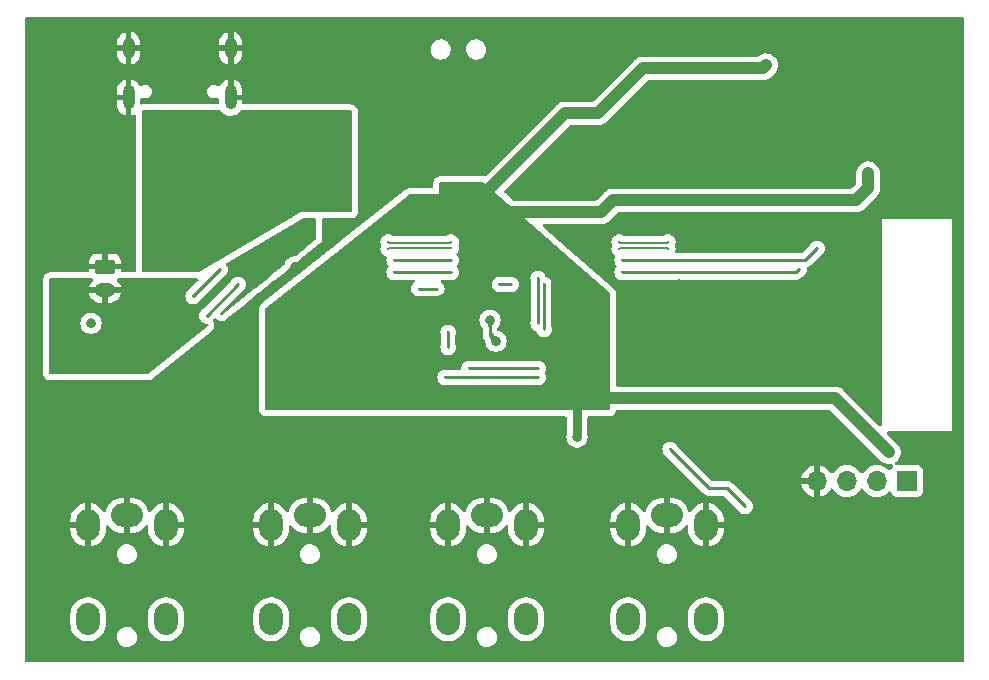
<source format=gbr>
%TF.GenerationSoftware,KiCad,Pcbnew,7.0.8*%
%TF.CreationDate,2023-12-05T20:52:06+01:00*%
%TF.ProjectId,HM_mainboard,484d5f6d-6169-46e6-926f-6172642e6b69,rev?*%
%TF.SameCoordinates,Original*%
%TF.FileFunction,Copper,L2,Bot*%
%TF.FilePolarity,Positive*%
%FSLAX46Y46*%
G04 Gerber Fmt 4.6, Leading zero omitted, Abs format (unit mm)*
G04 Created by KiCad (PCBNEW 7.0.8) date 2023-12-05 20:52:06*
%MOMM*%
%LPD*%
G01*
G04 APERTURE LIST*
G04 Aperture macros list*
%AMRoundRect*
0 Rectangle with rounded corners*
0 $1 Rounding radius*
0 $2 $3 $4 $5 $6 $7 $8 $9 X,Y pos of 4 corners*
0 Add a 4 corners polygon primitive as box body*
4,1,4,$2,$3,$4,$5,$6,$7,$8,$9,$2,$3,0*
0 Add four circle primitives for the rounded corners*
1,1,$1+$1,$2,$3*
1,1,$1+$1,$4,$5*
1,1,$1+$1,$6,$7*
1,1,$1+$1,$8,$9*
0 Add four rect primitives between the rounded corners*
20,1,$1+$1,$2,$3,$4,$5,0*
20,1,$1+$1,$4,$5,$6,$7,0*
20,1,$1+$1,$6,$7,$8,$9,0*
20,1,$1+$1,$8,$9,$2,$3,0*%
G04 Aperture macros list end*
%TA.AperFunction,ComponentPad*%
%ADD10O,2.700000X2.000000*%
%TD*%
%TA.AperFunction,ComponentPad*%
%ADD11O,2.000000X2.700000*%
%TD*%
%TA.AperFunction,ComponentPad*%
%ADD12O,1.000000X1.800000*%
%TD*%
%TA.AperFunction,ComponentPad*%
%ADD13O,1.000000X2.100000*%
%TD*%
%TA.AperFunction,ComponentPad*%
%ADD14RoundRect,0.250000X-0.625000X0.350000X-0.625000X-0.350000X0.625000X-0.350000X0.625000X0.350000X0*%
%TD*%
%TA.AperFunction,ComponentPad*%
%ADD15O,1.750000X1.200000*%
%TD*%
%TA.AperFunction,ComponentPad*%
%ADD16R,1.700000X1.700000*%
%TD*%
%TA.AperFunction,ComponentPad*%
%ADD17O,1.700000X1.700000*%
%TD*%
%TA.AperFunction,ViaPad*%
%ADD18C,0.800000*%
%TD*%
%TA.AperFunction,ViaPad*%
%ADD19C,0.300000*%
%TD*%
%TA.AperFunction,Conductor*%
%ADD20C,0.250000*%
%TD*%
%TA.AperFunction,Conductor*%
%ADD21C,0.200000*%
%TD*%
%TA.AperFunction,Conductor*%
%ADD22C,1.000000*%
%TD*%
%TA.AperFunction,Conductor*%
%ADD23C,0.750000*%
%TD*%
G04 APERTURE END LIST*
D10*
%TO.P,J7,1,1*%
%TO.N,GND*%
X125730000Y-115318000D03*
D11*
%TO.P,J7,2,2*%
X122430000Y-116118000D03*
%TO.P,J7,3,3*%
X129030000Y-116118000D03*
%TO.P,J7,4,4*%
%TO.N,/BTN_4*%
X129030000Y-124118000D03*
%TO.P,J7,5,5*%
X122430000Y-124118000D03*
%TD*%
D10*
%TO.P,J6,1,1*%
%TO.N,GND*%
X141224000Y-115318000D03*
D11*
%TO.P,J6,2,2*%
X137924000Y-116118000D03*
%TO.P,J6,3,3*%
X144524000Y-116118000D03*
%TO.P,J6,4,4*%
%TO.N,/BTN_3*%
X144524000Y-124118000D03*
%TO.P,J6,5,5*%
X137924000Y-124118000D03*
%TD*%
D10*
%TO.P,J5,1,1*%
%TO.N,GND*%
X156210000Y-115318000D03*
D11*
%TO.P,J5,2,2*%
X152910000Y-116118000D03*
%TO.P,J5,3,3*%
X159510000Y-116118000D03*
%TO.P,J5,4,4*%
%TO.N,/BTN_2*%
X159510000Y-124118000D03*
%TO.P,J5,5,5*%
X152910000Y-124118000D03*
%TD*%
D10*
%TO.P,J4,1,1*%
%TO.N,GND*%
X171450000Y-115318000D03*
D11*
%TO.P,J4,2,2*%
X168150000Y-116118000D03*
%TO.P,J4,3,3*%
X174750000Y-116118000D03*
%TO.P,J4,4,4*%
%TO.N,/BTN_1*%
X174750000Y-124118000D03*
%TO.P,J4,5,5*%
X168150000Y-124118000D03*
%TD*%
D12*
%TO.P,J2,S1,SHIELD*%
%TO.N,GND*%
X125855000Y-75760000D03*
D13*
X125855000Y-79940000D03*
D12*
X134495000Y-75760000D03*
D13*
X134495000Y-79940000D03*
%TD*%
D14*
%TO.P,J1,1,Pin_1*%
%TO.N,GND*%
X123862000Y-94250000D03*
D15*
%TO.P,J1,2,Pin_2*%
%TO.N,V_BATT*%
X123862000Y-96250000D03*
%TD*%
D16*
%TO.P,J3,1,Pin_1*%
%TO.N,3.3V*%
X191760000Y-112395000D03*
D17*
%TO.P,J3,2,Pin_2*%
%TO.N,/Microcontroller - ESP32-S3-WROOM/UART_TXD*%
X189220000Y-112395000D03*
%TO.P,J3,3,Pin_3*%
%TO.N,/Microcontroller - ESP32-S3-WROOM/UART_RXD*%
X186680000Y-112395000D03*
%TO.P,J3,4,Pin_4*%
%TO.N,GND*%
X184140000Y-112395000D03*
%TD*%
D18*
%TO.N,GND*%
X156972000Y-100584000D03*
X156464000Y-98791382D03*
X164084000Y-125476000D03*
X163830000Y-121666000D03*
X163830000Y-117856000D03*
X163830000Y-114554000D03*
X179324000Y-83312000D03*
X193294000Y-115824000D03*
X187960000Y-115824000D03*
X178308000Y-123444000D03*
X178054000Y-119380000D03*
X132842000Y-114554000D03*
X132588000Y-109474000D03*
X126492000Y-109982000D03*
X189992000Y-89154000D03*
X170434000Y-86868000D03*
X167640000Y-86868000D03*
X165100000Y-87630000D03*
X162560000Y-87630000D03*
X166878000Y-83058000D03*
X164084000Y-83312000D03*
X162560000Y-84582000D03*
X164338000Y-78994000D03*
X161798000Y-79248000D03*
X159766000Y-80772000D03*
X158242000Y-82804000D03*
X156210000Y-84836000D03*
X148336000Y-84328000D03*
X153670000Y-81026000D03*
X147066000Y-81280000D03*
X131572000Y-77216000D03*
X129032000Y-77216000D03*
X121920000Y-79248000D03*
X121666000Y-85598000D03*
X146304000Y-77216000D03*
X141224000Y-78232000D03*
X137922000Y-77978000D03*
X125984000Y-88138000D03*
X122428000Y-90932000D03*
X119380000Y-90932000D03*
X121666000Y-106426000D03*
X118110000Y-100330000D03*
X118110000Y-103378000D03*
X137160000Y-96774000D03*
X135890000Y-98552000D03*
X132080000Y-101600000D03*
X129286000Y-103886000D03*
X124968000Y-104648000D03*
D19*
%TO.N,/BATT_CHARGING_STATUS*%
X133604000Y-94488000D03*
X131318000Y-96774000D03*
%TO.N,/V_BATT_MEASURE*%
X135128000Y-95758000D03*
X132461000Y-98425000D03*
D18*
%TO.N,GND*%
X135890000Y-100584000D03*
X135890000Y-104394000D03*
X138938000Y-107696000D03*
X143764000Y-107696000D03*
X148082000Y-107696000D03*
X152400000Y-107696000D03*
X167640000Y-90932000D03*
X164846000Y-91186000D03*
X162560000Y-91186000D03*
X167894000Y-97282000D03*
D19*
%TO.N,/BNO55_INT*%
X160528000Y-103632000D03*
X152654000Y-103632000D03*
%TO.N,/MC6470_INT*%
X160528000Y-102870000D03*
X154686000Y-102870000D03*
D18*
%TO.N,GND*%
X151130000Y-113538000D03*
X154178000Y-110490000D03*
X157734000Y-108966000D03*
X161036000Y-108966000D03*
X168148000Y-108458000D03*
X166370000Y-108458000D03*
X182880000Y-116586000D03*
X166370000Y-117094000D03*
X167386000Y-113284000D03*
X173228000Y-113284000D03*
X125476000Y-122174000D03*
X141224000Y-122428000D03*
X156210000Y-122174000D03*
X171196000Y-122174000D03*
X188214000Y-121920000D03*
X179578000Y-113284000D03*
X182372000Y-110490000D03*
X187452000Y-109982000D03*
X192532000Y-109728000D03*
X188722000Y-105664000D03*
X186182000Y-103632000D03*
X181610000Y-103632000D03*
X177292000Y-103632000D03*
X172466000Y-103632000D03*
X172466000Y-99822000D03*
X172466000Y-95758000D03*
X186436000Y-92710000D03*
X179324000Y-92710000D03*
X174244000Y-92710000D03*
X188468000Y-76962000D03*
X191516000Y-83312000D03*
X188976000Y-83820000D03*
X189230000Y-81534000D03*
X186690000Y-81534000D03*
X183388000Y-86868000D03*
X183388000Y-85598000D03*
X183388000Y-84074000D03*
X183388000Y-82296000D03*
X181610000Y-75184000D03*
X172720000Y-80518000D03*
X174244000Y-81788000D03*
X174244000Y-79248000D03*
X176530000Y-79756000D03*
X171196000Y-79248000D03*
X172212000Y-75184000D03*
X171196000Y-81788000D03*
X172212000Y-83566000D03*
X173736000Y-85090000D03*
X148082000Y-87884000D03*
X146558000Y-89154000D03*
X144780000Y-90678000D03*
X139954000Y-94271500D03*
X138430000Y-95758000D03*
D19*
%TO.N,/V_BATT_MEASURE*%
X182626000Y-94488000D03*
X167640000Y-94742000D03*
X153162000Y-94742000D03*
X148336000Y-94742000D03*
%TO.N,/BATT_CHARGING_STATUS*%
X184150000Y-92710000D03*
X167640000Y-93726000D03*
X153162000Y-93726000D03*
X148336000Y-93726000D03*
%TO.N,/Microcontroller - ESP32-S3-WROOM/USB_C_D+*%
X153162000Y-92181000D03*
%TO.N,/Microcontroller - ESP32-S3-WROOM/USB_C_D-*%
X153162000Y-92681001D03*
%TO.N,/Microcontroller - ESP32-S3-WROOM/USB_C_D+*%
X147828000Y-92181000D03*
%TO.N,/Microcontroller - ESP32-S3-WROOM/USB_C_D-*%
X147828000Y-92731000D03*
X171525000Y-92731000D03*
%TO.N,/Microcontroller - ESP32-S3-WROOM/USB_C_D+*%
X171525000Y-92181000D03*
%TO.N,/Microcontroller - ESP32-S3-WROOM/USB_C_D-*%
X167386000Y-92731000D03*
%TO.N,/Microcontroller - ESP32-S3-WROOM/USB_C_D+*%
X167386000Y-92181000D03*
D18*
%TO.N,3.3V*%
X156464000Y-89408000D03*
%TO.N,V_USB*%
X132334000Y-93472000D03*
%TO.N,V_BATT*%
X119634000Y-102362000D03*
%TO.N,GND*%
X122682000Y-99060000D03*
%TO.N,V_USB*%
X129794000Y-92202000D03*
%TO.N,V_BATT*%
X130048000Y-96774000D03*
X139700000Y-91440000D03*
%TO.N,V_USB*%
X143510000Y-87884000D03*
X140970000Y-88138000D03*
X141732000Y-84836000D03*
X132625500Y-84205299D03*
X127477496Y-81809906D03*
X133215956Y-81922044D03*
X144148000Y-83312000D03*
%TO.N,3.3V*%
X163830000Y-108674500D03*
X190246000Y-109982000D03*
X169418000Y-77470000D03*
X155956000Y-88138000D03*
X179832000Y-77216000D03*
X186840000Y-88646000D03*
X188468000Y-86360000D03*
D19*
%TO.N,/MC6470_INT*%
X152908000Y-101092000D03*
X152908000Y-99822000D03*
%TO.N,/I2C_SDA*%
X151968200Y-96135000D03*
X150444200Y-96135000D03*
X158242000Y-95758000D03*
X157259500Y-95758000D03*
X161009469Y-95758000D03*
X161036000Y-99568000D03*
%TO.N,/I2C_SCL*%
X160528000Y-95250000D03*
X160528000Y-99060000D03*
D18*
%TO.N,3.3V*%
X164084000Y-96597391D03*
X149098000Y-89662000D03*
X151130000Y-90170000D03*
X153416000Y-89916000D03*
X155194000Y-89916000D03*
X157734000Y-89662000D03*
X164592000Y-100076000D03*
X159258000Y-97028000D03*
X151523000Y-101854000D03*
X152400000Y-97028000D03*
D19*
%TO.N,/Microcontroller - ESP32-S3-WROOM/BOOT*%
X178054000Y-114554000D03*
X171704000Y-109728000D03*
D18*
%TO.N,3.3V*%
X148666200Y-105279000D03*
X138760200Y-101977000D03*
X140538200Y-97151000D03*
X142240000Y-95758000D03*
%TD*%
D20*
%TO.N,GND*%
X156464000Y-100076000D02*
X156972000Y-100584000D01*
X156464000Y-98791382D02*
X156464000Y-100076000D01*
%TO.N,/V_BATT_MEASURE*%
X132461000Y-98425000D02*
X135128000Y-95758000D01*
%TO.N,/BATT_CHARGING_STATUS*%
X131318000Y-96774000D02*
X133604000Y-94488000D01*
%TO.N,/BNO55_INT*%
X160528000Y-103632000D02*
X152654000Y-103632000D01*
%TO.N,/MC6470_INT*%
X154686000Y-102870000D02*
X160528000Y-102870000D01*
%TO.N,/V_BATT_MEASURE*%
X148336000Y-94742000D02*
X153162000Y-94742000D01*
%TO.N,/BATT_CHARGING_STATUS*%
X148336000Y-93726000D02*
X153162000Y-93726000D01*
D21*
%TO.N,/Microcontroller - ESP32-S3-WROOM/USB_C_D-*%
X147877999Y-92681001D02*
X147828000Y-92731000D01*
X153162000Y-92681001D02*
X147877999Y-92681001D01*
%TO.N,/Microcontroller - ESP32-S3-WROOM/USB_C_D+*%
X153112001Y-92230999D02*
X147877999Y-92230999D01*
X147877999Y-92230999D02*
X147828000Y-92181000D01*
X153162000Y-92181000D02*
X153112001Y-92230999D01*
D20*
%TO.N,/V_BATT_MEASURE*%
X182372000Y-94742000D02*
X182626000Y-94488000D01*
X167640000Y-94742000D02*
X182372000Y-94742000D01*
%TO.N,/BATT_CHARGING_STATUS*%
X183134000Y-93726000D02*
X184150000Y-92710000D01*
X167640000Y-93726000D02*
X183134000Y-93726000D01*
D21*
%TO.N,/Microcontroller - ESP32-S3-WROOM/USB_C_D-*%
X171475001Y-92681001D02*
X171525000Y-92731000D01*
X167435999Y-92681001D02*
X171475001Y-92681001D01*
X167386000Y-92731000D02*
X167435999Y-92681001D01*
%TO.N,/Microcontroller - ESP32-S3-WROOM/USB_C_D+*%
X167386000Y-92181000D02*
X167435999Y-92230999D01*
X167435999Y-92230999D02*
X171475001Y-92230999D01*
X171475001Y-92230999D02*
X171525000Y-92181000D01*
D22*
%TO.N,3.3V*%
X162814000Y-81280000D02*
X165608000Y-81280000D01*
X155956000Y-88138000D02*
X162814000Y-81280000D01*
X165608000Y-81280000D02*
X169418000Y-77470000D01*
D23*
X163830000Y-108674500D02*
X163830000Y-105664000D01*
D22*
X185674000Y-105410000D02*
X190246000Y-109982000D01*
X166116000Y-105410000D02*
X185674000Y-105410000D01*
X179578000Y-77470000D02*
X179832000Y-77216000D01*
X169418000Y-77470000D02*
X179578000Y-77470000D01*
X157734000Y-89662000D02*
X160274000Y-89662000D01*
X160274000Y-89662000D02*
X165862000Y-89662000D01*
X188468000Y-87630000D02*
X188468000Y-86360000D01*
X187452000Y-88646000D02*
X188468000Y-87630000D01*
X166878000Y-88646000D02*
X187452000Y-88646000D01*
X165862000Y-89662000D02*
X166878000Y-88646000D01*
D20*
%TO.N,/MC6470_INT*%
X152908000Y-99822000D02*
X152908000Y-101092000D01*
%TO.N,/I2C_SDA*%
X150444200Y-96135000D02*
X151968200Y-96135000D01*
X157259500Y-95758000D02*
X158242000Y-95758000D01*
X161036000Y-95784531D02*
X161036000Y-99568000D01*
X161009469Y-95758000D02*
X161036000Y-95784531D01*
%TO.N,/I2C_SCL*%
X160528000Y-95250000D02*
X160528000Y-99060000D01*
%TO.N,/Microcontroller - ESP32-S3-WROOM/BOOT*%
X176530000Y-113030000D02*
X178054000Y-114554000D01*
X175006000Y-113030000D02*
X176530000Y-113030000D01*
X171704000Y-109728000D02*
X175006000Y-113030000D01*
%TD*%
%TA.AperFunction,Conductor*%
%TO.N,GND*%
G36*
X156549203Y-99598750D02*
G01*
X156586977Y-99657528D01*
X156590331Y-99672188D01*
X156599030Y-99724677D01*
X156649951Y-99859245D01*
X156683727Y-99920408D01*
X156768747Y-100032862D01*
X156770499Y-100035179D01*
X156886078Y-100120848D01*
X156886081Y-100120850D01*
X156886087Y-100120854D01*
X156947568Y-100154047D01*
X156947570Y-100154048D01*
X157082616Y-100203687D01*
X157082623Y-100203688D01*
X157086868Y-100204913D01*
X157086808Y-100205120D01*
X157106635Y-100211561D01*
X157158678Y-100234733D01*
X157181125Y-100247693D01*
X157227219Y-100281181D01*
X157246484Y-100298527D01*
X157284598Y-100340856D01*
X157299836Y-100361829D01*
X157328320Y-100411165D01*
X157338864Y-100434847D01*
X157356468Y-100489027D01*
X157361858Y-100514385D01*
X157367812Y-100571039D01*
X157367812Y-100596959D01*
X157361858Y-100653613D01*
X157356468Y-100678971D01*
X157338864Y-100733151D01*
X157328320Y-100756833D01*
X157299836Y-100806169D01*
X157284599Y-100827141D01*
X157246488Y-100869468D01*
X157227221Y-100886816D01*
X157181124Y-100920306D01*
X157158677Y-100933265D01*
X157106639Y-100956434D01*
X157081986Y-100964445D01*
X157044790Y-100972352D01*
X157026263Y-100976290D01*
X157000482Y-100979000D01*
X156943516Y-100979000D01*
X156917736Y-100976290D01*
X156895984Y-100971666D01*
X156862010Y-100964445D01*
X156837356Y-100956434D01*
X156785325Y-100933268D01*
X156762878Y-100920308D01*
X156716777Y-100886815D01*
X156697514Y-100869472D01*
X156659397Y-100827139D01*
X156644162Y-100806169D01*
X156615678Y-100756833D01*
X156605136Y-100733155D01*
X156587530Y-100678971D01*
X156582142Y-100653622D01*
X156574825Y-100584000D01*
X156570337Y-100541295D01*
X156570337Y-100541296D01*
X156569675Y-100537083D01*
X156566341Y-100515839D01*
X156558527Y-100478554D01*
X156545421Y-100428795D01*
X156482678Y-100299316D01*
X156443571Y-100241416D01*
X156443570Y-100241415D01*
X156443568Y-100241413D01*
X156443567Y-100241411D01*
X156443247Y-100241023D01*
X156442565Y-100240307D01*
X156407097Y-100201216D01*
X156402853Y-100195995D01*
X156395745Y-100186212D01*
X156383448Y-100170613D01*
X156379967Y-100166537D01*
X156369045Y-100151629D01*
X156367878Y-100149758D01*
X156364353Y-100144391D01*
X156344006Y-100077550D01*
X156344000Y-100076322D01*
X156344000Y-100077861D01*
X156342668Y-100035533D01*
X156342730Y-100030199D01*
X156344000Y-100007161D01*
X156344000Y-99692463D01*
X156363685Y-99625424D01*
X156416489Y-99579669D01*
X156485647Y-99569725D01*
X156549203Y-99598750D01*
G37*
%TD.AperFunction*%
%TA.AperFunction,Conductor*%
G36*
X156518264Y-98399091D02*
G01*
X156573988Y-98410935D01*
X156598642Y-98418946D01*
X156607467Y-98422875D01*
X156650677Y-98442113D01*
X156673117Y-98455068D01*
X156719227Y-98488568D01*
X156738483Y-98505907D01*
X156776599Y-98548239D01*
X156791836Y-98569211D01*
X156820320Y-98618547D01*
X156830864Y-98642229D01*
X156848468Y-98696409D01*
X156853858Y-98721764D01*
X156859813Y-98778419D01*
X156859813Y-98804341D01*
X156853858Y-98861001D01*
X156848468Y-98886358D01*
X156842804Y-98903791D01*
X156830865Y-98940531D01*
X156820322Y-98964210D01*
X156791837Y-99013548D01*
X156776601Y-99034520D01*
X156738846Y-99076452D01*
X156725780Y-99092201D01*
X156707405Y-99116267D01*
X156683930Y-99149737D01*
X156624164Y-99280603D01*
X156604478Y-99347644D01*
X156604476Y-99347649D01*
X156588714Y-99457280D01*
X156559689Y-99520836D01*
X156500911Y-99558610D01*
X156431041Y-99558610D01*
X156372263Y-99520836D01*
X156343238Y-99457280D01*
X156342383Y-99449667D01*
X156340727Y-99429238D01*
X156335774Y-99388631D01*
X156304472Y-99289083D01*
X156292618Y-99251382D01*
X156292613Y-99251370D01*
X156262386Y-99188384D01*
X156262379Y-99188373D01*
X156182311Y-99068854D01*
X156182306Y-99068847D01*
X156151401Y-99034525D01*
X156136162Y-99013551D01*
X156136160Y-99013548D01*
X156107676Y-98964210D01*
X156097136Y-98940537D01*
X156079530Y-98886354D01*
X156074141Y-98861003D01*
X156068186Y-98804338D01*
X156068186Y-98778419D01*
X156069613Y-98764840D01*
X156074141Y-98721756D01*
X156079528Y-98696414D01*
X156097135Y-98642223D01*
X156107672Y-98618558D01*
X156136165Y-98569206D01*
X156151392Y-98548248D01*
X156189519Y-98505903D01*
X156208771Y-98488567D01*
X156254877Y-98455069D01*
X156277312Y-98442118D01*
X156329357Y-98418945D01*
X156353999Y-98410938D01*
X156409743Y-98399090D01*
X156435514Y-98396382D01*
X156492484Y-98396382D01*
X156518264Y-98399091D01*
G37*
%TD.AperFunction*%
%TA.AperFunction,Conductor*%
G36*
X122736263Y-98667709D02*
G01*
X122765298Y-98673880D01*
X122791987Y-98679552D01*
X122816638Y-98687562D01*
X122868684Y-98710734D01*
X122891127Y-98723692D01*
X122937215Y-98757177D01*
X122956479Y-98774522D01*
X122994600Y-98816860D01*
X123009837Y-98837831D01*
X123017481Y-98851070D01*
X123038322Y-98887168D01*
X123048864Y-98910847D01*
X123066468Y-98965027D01*
X123071858Y-98990382D01*
X123077813Y-99047037D01*
X123077813Y-99072960D01*
X123071858Y-99129615D01*
X123066468Y-99154971D01*
X123048864Y-99209151D01*
X123038320Y-99232833D01*
X123009836Y-99282169D01*
X122994599Y-99303141D01*
X122956488Y-99345468D01*
X122937221Y-99362816D01*
X122891124Y-99396306D01*
X122868677Y-99409265D01*
X122816639Y-99432434D01*
X122791986Y-99440445D01*
X122754790Y-99448352D01*
X122736263Y-99452290D01*
X122710482Y-99455000D01*
X122653516Y-99455000D01*
X122627736Y-99452290D01*
X122605984Y-99447666D01*
X122572010Y-99440445D01*
X122547356Y-99432434D01*
X122495325Y-99409268D01*
X122472878Y-99396308D01*
X122426777Y-99362815D01*
X122407514Y-99345472D01*
X122369397Y-99303139D01*
X122354162Y-99282169D01*
X122353258Y-99280603D01*
X122325676Y-99232829D01*
X122315136Y-99209155D01*
X122297530Y-99154971D01*
X122292141Y-99129617D01*
X122288208Y-99092201D01*
X122286186Y-99072956D01*
X122286186Y-99047037D01*
X122287501Y-99034525D01*
X122292141Y-98990374D01*
X122297528Y-98965032D01*
X122315135Y-98910841D01*
X122325672Y-98887176D01*
X122354165Y-98837824D01*
X122369392Y-98816866D01*
X122407519Y-98774521D01*
X122426771Y-98757185D01*
X122472877Y-98723687D01*
X122495312Y-98710736D01*
X122547357Y-98687563D01*
X122571999Y-98679556D01*
X122627743Y-98667708D01*
X122653514Y-98665000D01*
X122710484Y-98665000D01*
X122736263Y-98667709D01*
G37*
%TD.AperFunction*%
%TA.AperFunction,Conductor*%
G36*
X196539039Y-73171685D02*
G01*
X196584794Y-73224489D01*
X196596000Y-73276000D01*
X196596000Y-127638000D01*
X196576315Y-127705039D01*
X196523511Y-127750794D01*
X196472000Y-127762000D01*
X117218000Y-127762000D01*
X117150961Y-127742315D01*
X117105206Y-127689511D01*
X117094000Y-127638000D01*
X117094000Y-124530065D01*
X120929500Y-124530065D01*
X120944890Y-124715813D01*
X120944892Y-124715824D01*
X121005936Y-124956881D01*
X121105826Y-125184606D01*
X121241833Y-125392782D01*
X121241836Y-125392785D01*
X121410256Y-125575738D01*
X121606491Y-125728474D01*
X121825190Y-125846828D01*
X122060386Y-125927571D01*
X122305665Y-125968500D01*
X122554335Y-125968500D01*
X122799614Y-125927571D01*
X123034810Y-125846828D01*
X123253509Y-125728474D01*
X123449744Y-125575738D01*
X123453475Y-125571685D01*
X124875740Y-125571685D01*
X124885755Y-125756406D01*
X124885755Y-125756411D01*
X124935244Y-125934656D01*
X124935247Y-125934662D01*
X125021898Y-126098102D01*
X125084540Y-126171850D01*
X125141663Y-126239100D01*
X125288936Y-126351054D01*
X125456833Y-126428732D01*
X125456834Y-126428732D01*
X125456836Y-126428733D01*
X125511648Y-126440797D01*
X125637503Y-126468500D01*
X125637506Y-126468500D01*
X125776107Y-126468500D01*
X125776113Y-126468500D01*
X125913910Y-126453514D01*
X126089221Y-126394444D01*
X126247736Y-126299070D01*
X126382041Y-126171849D01*
X126485858Y-126018730D01*
X126554331Y-125846875D01*
X126584260Y-125664317D01*
X126574245Y-125479593D01*
X126550143Y-125392785D01*
X126524755Y-125301343D01*
X126524752Y-125301337D01*
X126438101Y-125137897D01*
X126318337Y-124996900D01*
X126239449Y-124936931D01*
X126171064Y-124884946D01*
X126003167Y-124807268D01*
X126003163Y-124807266D01*
X125822497Y-124767500D01*
X125683887Y-124767500D01*
X125683883Y-124767500D01*
X125546088Y-124782486D01*
X125370776Y-124841557D01*
X125370774Y-124841558D01*
X125212262Y-124936931D01*
X125212261Y-124936932D01*
X125077959Y-125064149D01*
X124974138Y-125217276D01*
X124905669Y-125389122D01*
X124875740Y-125571685D01*
X123453475Y-125571685D01*
X123618164Y-125392785D01*
X123754173Y-125184607D01*
X123854063Y-124956881D01*
X123915108Y-124715821D01*
X123930500Y-124530067D01*
X123930500Y-124530065D01*
X127529500Y-124530065D01*
X127544890Y-124715813D01*
X127544892Y-124715824D01*
X127605936Y-124956881D01*
X127705826Y-125184606D01*
X127841833Y-125392782D01*
X127841836Y-125392785D01*
X128010256Y-125575738D01*
X128206491Y-125728474D01*
X128425190Y-125846828D01*
X128660386Y-125927571D01*
X128905665Y-125968500D01*
X129154335Y-125968500D01*
X129399614Y-125927571D01*
X129634810Y-125846828D01*
X129853509Y-125728474D01*
X130049744Y-125575738D01*
X130218164Y-125392785D01*
X130354173Y-125184607D01*
X130454063Y-124956881D01*
X130515108Y-124715821D01*
X130530500Y-124530067D01*
X130530500Y-124530065D01*
X136423500Y-124530065D01*
X136438890Y-124715813D01*
X136438892Y-124715824D01*
X136499936Y-124956881D01*
X136599826Y-125184606D01*
X136735833Y-125392782D01*
X136735836Y-125392785D01*
X136904256Y-125575738D01*
X137100491Y-125728474D01*
X137319190Y-125846828D01*
X137554386Y-125927571D01*
X137799665Y-125968500D01*
X138048335Y-125968500D01*
X138293614Y-125927571D01*
X138528810Y-125846828D01*
X138747509Y-125728474D01*
X138943744Y-125575738D01*
X138947475Y-125571685D01*
X140369740Y-125571685D01*
X140379755Y-125756406D01*
X140379755Y-125756411D01*
X140429244Y-125934656D01*
X140429247Y-125934662D01*
X140515898Y-126098102D01*
X140578540Y-126171850D01*
X140635663Y-126239100D01*
X140782936Y-126351054D01*
X140950833Y-126428732D01*
X140950834Y-126428732D01*
X140950836Y-126428733D01*
X141005648Y-126440797D01*
X141131503Y-126468500D01*
X141131506Y-126468500D01*
X141270107Y-126468500D01*
X141270113Y-126468500D01*
X141407910Y-126453514D01*
X141583221Y-126394444D01*
X141741736Y-126299070D01*
X141876041Y-126171849D01*
X141979858Y-126018730D01*
X142048331Y-125846875D01*
X142078260Y-125664317D01*
X142068245Y-125479593D01*
X142044143Y-125392785D01*
X142018755Y-125301343D01*
X142018752Y-125301337D01*
X141932101Y-125137897D01*
X141812337Y-124996900D01*
X141733449Y-124936931D01*
X141665064Y-124884946D01*
X141497167Y-124807268D01*
X141497163Y-124807266D01*
X141316497Y-124767500D01*
X141177887Y-124767500D01*
X141177883Y-124767500D01*
X141040088Y-124782486D01*
X140864776Y-124841557D01*
X140864774Y-124841558D01*
X140706262Y-124936931D01*
X140706261Y-124936932D01*
X140571959Y-125064149D01*
X140468138Y-125217276D01*
X140399669Y-125389122D01*
X140369740Y-125571685D01*
X138947475Y-125571685D01*
X139112164Y-125392785D01*
X139248173Y-125184607D01*
X139348063Y-124956881D01*
X139409108Y-124715821D01*
X139424500Y-124530067D01*
X139424500Y-124530065D01*
X143023500Y-124530065D01*
X143038890Y-124715813D01*
X143038892Y-124715824D01*
X143099936Y-124956881D01*
X143199826Y-125184606D01*
X143335833Y-125392782D01*
X143335836Y-125392785D01*
X143504256Y-125575738D01*
X143700491Y-125728474D01*
X143919190Y-125846828D01*
X144154386Y-125927571D01*
X144399665Y-125968500D01*
X144648335Y-125968500D01*
X144893614Y-125927571D01*
X145128810Y-125846828D01*
X145347509Y-125728474D01*
X145543744Y-125575738D01*
X145712164Y-125392785D01*
X145848173Y-125184607D01*
X145948063Y-124956881D01*
X146009108Y-124715821D01*
X146024500Y-124530067D01*
X146024500Y-124530065D01*
X151409500Y-124530065D01*
X151424890Y-124715813D01*
X151424892Y-124715824D01*
X151485936Y-124956881D01*
X151585826Y-125184606D01*
X151721833Y-125392782D01*
X151721836Y-125392785D01*
X151890256Y-125575738D01*
X152086491Y-125728474D01*
X152305190Y-125846828D01*
X152540386Y-125927571D01*
X152785665Y-125968500D01*
X153034335Y-125968500D01*
X153279614Y-125927571D01*
X153514810Y-125846828D01*
X153733509Y-125728474D01*
X153929744Y-125575738D01*
X153933475Y-125571685D01*
X155355740Y-125571685D01*
X155365755Y-125756406D01*
X155365755Y-125756411D01*
X155415244Y-125934656D01*
X155415247Y-125934662D01*
X155501898Y-126098102D01*
X155564540Y-126171850D01*
X155621663Y-126239100D01*
X155768936Y-126351054D01*
X155936833Y-126428732D01*
X155936834Y-126428732D01*
X155936836Y-126428733D01*
X155991648Y-126440797D01*
X156117503Y-126468500D01*
X156117506Y-126468500D01*
X156256107Y-126468500D01*
X156256113Y-126468500D01*
X156393910Y-126453514D01*
X156569221Y-126394444D01*
X156727736Y-126299070D01*
X156862041Y-126171849D01*
X156965858Y-126018730D01*
X157034331Y-125846875D01*
X157064260Y-125664317D01*
X157054245Y-125479593D01*
X157030143Y-125392785D01*
X157004755Y-125301343D01*
X157004752Y-125301337D01*
X156918101Y-125137897D01*
X156798337Y-124996900D01*
X156719449Y-124936931D01*
X156651064Y-124884946D01*
X156483167Y-124807268D01*
X156483163Y-124807266D01*
X156302497Y-124767500D01*
X156163887Y-124767500D01*
X156163883Y-124767500D01*
X156026088Y-124782486D01*
X155850776Y-124841557D01*
X155850774Y-124841558D01*
X155692262Y-124936931D01*
X155692261Y-124936932D01*
X155557959Y-125064149D01*
X155454138Y-125217276D01*
X155385669Y-125389122D01*
X155355740Y-125571685D01*
X153933475Y-125571685D01*
X154098164Y-125392785D01*
X154234173Y-125184607D01*
X154334063Y-124956881D01*
X154395108Y-124715821D01*
X154410500Y-124530067D01*
X154410500Y-124530065D01*
X158009500Y-124530065D01*
X158024890Y-124715813D01*
X158024892Y-124715824D01*
X158085936Y-124956881D01*
X158185826Y-125184606D01*
X158321833Y-125392782D01*
X158321836Y-125392785D01*
X158490256Y-125575738D01*
X158686491Y-125728474D01*
X158905190Y-125846828D01*
X159140386Y-125927571D01*
X159385665Y-125968500D01*
X159634335Y-125968500D01*
X159879614Y-125927571D01*
X160114810Y-125846828D01*
X160333509Y-125728474D01*
X160529744Y-125575738D01*
X160698164Y-125392785D01*
X160834173Y-125184607D01*
X160934063Y-124956881D01*
X160995108Y-124715821D01*
X161010500Y-124530067D01*
X161010500Y-124530065D01*
X166649500Y-124530065D01*
X166664890Y-124715813D01*
X166664892Y-124715824D01*
X166725936Y-124956881D01*
X166825826Y-125184606D01*
X166961833Y-125392782D01*
X166961836Y-125392785D01*
X167130256Y-125575738D01*
X167326491Y-125728474D01*
X167545190Y-125846828D01*
X167780386Y-125927571D01*
X168025665Y-125968500D01*
X168274335Y-125968500D01*
X168519614Y-125927571D01*
X168754810Y-125846828D01*
X168973509Y-125728474D01*
X169169744Y-125575738D01*
X169173475Y-125571685D01*
X170595740Y-125571685D01*
X170605755Y-125756406D01*
X170605755Y-125756411D01*
X170655244Y-125934656D01*
X170655247Y-125934662D01*
X170741898Y-126098102D01*
X170804540Y-126171850D01*
X170861663Y-126239100D01*
X171008936Y-126351054D01*
X171176833Y-126428732D01*
X171176834Y-126428732D01*
X171176836Y-126428733D01*
X171231648Y-126440797D01*
X171357503Y-126468500D01*
X171357506Y-126468500D01*
X171496107Y-126468500D01*
X171496113Y-126468500D01*
X171633910Y-126453514D01*
X171809221Y-126394444D01*
X171967736Y-126299070D01*
X172102041Y-126171849D01*
X172205858Y-126018730D01*
X172274331Y-125846875D01*
X172304260Y-125664317D01*
X172294245Y-125479593D01*
X172270143Y-125392785D01*
X172244755Y-125301343D01*
X172244752Y-125301337D01*
X172158101Y-125137897D01*
X172038337Y-124996900D01*
X171959449Y-124936931D01*
X171891064Y-124884946D01*
X171723167Y-124807268D01*
X171723163Y-124807266D01*
X171542497Y-124767500D01*
X171403887Y-124767500D01*
X171403883Y-124767500D01*
X171266088Y-124782486D01*
X171090776Y-124841557D01*
X171090774Y-124841558D01*
X170932262Y-124936931D01*
X170932261Y-124936932D01*
X170797959Y-125064149D01*
X170694138Y-125217276D01*
X170625669Y-125389122D01*
X170595740Y-125571685D01*
X169173475Y-125571685D01*
X169338164Y-125392785D01*
X169474173Y-125184607D01*
X169574063Y-124956881D01*
X169635108Y-124715821D01*
X169650500Y-124530067D01*
X169650500Y-124530065D01*
X173249500Y-124530065D01*
X173264890Y-124715813D01*
X173264892Y-124715824D01*
X173325936Y-124956881D01*
X173425826Y-125184606D01*
X173561833Y-125392782D01*
X173561836Y-125392785D01*
X173730256Y-125575738D01*
X173926491Y-125728474D01*
X174145190Y-125846828D01*
X174380386Y-125927571D01*
X174625665Y-125968500D01*
X174874335Y-125968500D01*
X175119614Y-125927571D01*
X175354810Y-125846828D01*
X175573509Y-125728474D01*
X175769744Y-125575738D01*
X175938164Y-125392785D01*
X176074173Y-125184607D01*
X176174063Y-124956881D01*
X176235108Y-124715821D01*
X176250500Y-124530067D01*
X176250500Y-123705933D01*
X176235108Y-123520179D01*
X176174063Y-123279119D01*
X176074173Y-123051393D01*
X175938166Y-122843217D01*
X175916557Y-122819744D01*
X175769744Y-122660262D01*
X175573509Y-122507526D01*
X175573507Y-122507525D01*
X175573506Y-122507524D01*
X175354811Y-122389172D01*
X175354802Y-122389169D01*
X175119616Y-122308429D01*
X174874335Y-122267500D01*
X174625665Y-122267500D01*
X174380383Y-122308429D01*
X174145197Y-122389169D01*
X174145188Y-122389172D01*
X173926493Y-122507524D01*
X173730257Y-122660261D01*
X173561833Y-122843217D01*
X173425826Y-123051393D01*
X173325936Y-123279118D01*
X173264892Y-123520175D01*
X173264890Y-123520186D01*
X173249500Y-123705935D01*
X173249500Y-124530065D01*
X169650500Y-124530065D01*
X169650500Y-123705933D01*
X169635108Y-123520179D01*
X169574063Y-123279119D01*
X169474173Y-123051393D01*
X169338166Y-122843217D01*
X169316557Y-122819744D01*
X169169744Y-122660262D01*
X168973509Y-122507526D01*
X168973507Y-122507525D01*
X168973506Y-122507524D01*
X168754811Y-122389172D01*
X168754802Y-122389169D01*
X168519616Y-122308429D01*
X168274335Y-122267500D01*
X168025665Y-122267500D01*
X167780383Y-122308429D01*
X167545197Y-122389169D01*
X167545188Y-122389172D01*
X167326493Y-122507524D01*
X167130257Y-122660261D01*
X166961833Y-122843217D01*
X166825826Y-123051393D01*
X166725936Y-123279118D01*
X166664892Y-123520175D01*
X166664890Y-123520186D01*
X166649500Y-123705935D01*
X166649500Y-124530065D01*
X161010500Y-124530065D01*
X161010500Y-123705933D01*
X160995108Y-123520179D01*
X160934063Y-123279119D01*
X160834173Y-123051393D01*
X160698166Y-122843217D01*
X160676557Y-122819744D01*
X160529744Y-122660262D01*
X160333509Y-122507526D01*
X160333507Y-122507525D01*
X160333506Y-122507524D01*
X160114811Y-122389172D01*
X160114802Y-122389169D01*
X159879616Y-122308429D01*
X159634335Y-122267500D01*
X159385665Y-122267500D01*
X159140383Y-122308429D01*
X158905197Y-122389169D01*
X158905188Y-122389172D01*
X158686493Y-122507524D01*
X158490257Y-122660261D01*
X158321833Y-122843217D01*
X158185826Y-123051393D01*
X158085936Y-123279118D01*
X158024892Y-123520175D01*
X158024890Y-123520186D01*
X158009500Y-123705935D01*
X158009500Y-124530065D01*
X154410500Y-124530065D01*
X154410500Y-123705933D01*
X154395108Y-123520179D01*
X154334063Y-123279119D01*
X154234173Y-123051393D01*
X154098166Y-122843217D01*
X154076557Y-122819744D01*
X153929744Y-122660262D01*
X153733509Y-122507526D01*
X153733507Y-122507525D01*
X153733506Y-122507524D01*
X153514811Y-122389172D01*
X153514802Y-122389169D01*
X153279616Y-122308429D01*
X153034335Y-122267500D01*
X152785665Y-122267500D01*
X152540383Y-122308429D01*
X152305197Y-122389169D01*
X152305188Y-122389172D01*
X152086493Y-122507524D01*
X151890257Y-122660261D01*
X151721833Y-122843217D01*
X151585826Y-123051393D01*
X151485936Y-123279118D01*
X151424892Y-123520175D01*
X151424890Y-123520186D01*
X151409500Y-123705935D01*
X151409500Y-124530065D01*
X146024500Y-124530065D01*
X146024500Y-123705933D01*
X146009108Y-123520179D01*
X145948063Y-123279119D01*
X145848173Y-123051393D01*
X145712166Y-122843217D01*
X145690557Y-122819744D01*
X145543744Y-122660262D01*
X145347509Y-122507526D01*
X145347507Y-122507525D01*
X145347506Y-122507524D01*
X145128811Y-122389172D01*
X145128802Y-122389169D01*
X144893616Y-122308429D01*
X144648335Y-122267500D01*
X144399665Y-122267500D01*
X144154383Y-122308429D01*
X143919197Y-122389169D01*
X143919188Y-122389172D01*
X143700493Y-122507524D01*
X143504257Y-122660261D01*
X143335833Y-122843217D01*
X143199826Y-123051393D01*
X143099936Y-123279118D01*
X143038892Y-123520175D01*
X143038890Y-123520186D01*
X143023500Y-123705935D01*
X143023500Y-124530065D01*
X139424500Y-124530065D01*
X139424500Y-123705933D01*
X139409108Y-123520179D01*
X139348063Y-123279119D01*
X139248173Y-123051393D01*
X139112166Y-122843217D01*
X139090557Y-122819744D01*
X138943744Y-122660262D01*
X138747509Y-122507526D01*
X138747507Y-122507525D01*
X138747506Y-122507524D01*
X138528811Y-122389172D01*
X138528802Y-122389169D01*
X138293616Y-122308429D01*
X138048335Y-122267500D01*
X137799665Y-122267500D01*
X137554383Y-122308429D01*
X137319197Y-122389169D01*
X137319188Y-122389172D01*
X137100493Y-122507524D01*
X136904257Y-122660261D01*
X136735833Y-122843217D01*
X136599826Y-123051393D01*
X136499936Y-123279118D01*
X136438892Y-123520175D01*
X136438890Y-123520186D01*
X136423500Y-123705935D01*
X136423500Y-124530065D01*
X130530500Y-124530065D01*
X130530500Y-123705933D01*
X130515108Y-123520179D01*
X130454063Y-123279119D01*
X130354173Y-123051393D01*
X130218166Y-122843217D01*
X130196557Y-122819744D01*
X130049744Y-122660262D01*
X129853509Y-122507526D01*
X129853507Y-122507525D01*
X129853506Y-122507524D01*
X129634811Y-122389172D01*
X129634802Y-122389169D01*
X129399616Y-122308429D01*
X129154335Y-122267500D01*
X128905665Y-122267500D01*
X128660383Y-122308429D01*
X128425197Y-122389169D01*
X128425188Y-122389172D01*
X128206493Y-122507524D01*
X128010257Y-122660261D01*
X127841833Y-122843217D01*
X127705826Y-123051393D01*
X127605936Y-123279118D01*
X127544892Y-123520175D01*
X127544890Y-123520186D01*
X127529500Y-123705935D01*
X127529500Y-124530065D01*
X123930500Y-124530065D01*
X123930500Y-123705933D01*
X123915108Y-123520179D01*
X123854063Y-123279119D01*
X123754173Y-123051393D01*
X123618166Y-122843217D01*
X123596557Y-122819744D01*
X123449744Y-122660262D01*
X123253509Y-122507526D01*
X123253507Y-122507525D01*
X123253506Y-122507524D01*
X123034811Y-122389172D01*
X123034802Y-122389169D01*
X122799616Y-122308429D01*
X122554335Y-122267500D01*
X122305665Y-122267500D01*
X122060383Y-122308429D01*
X121825197Y-122389169D01*
X121825188Y-122389172D01*
X121606493Y-122507524D01*
X121410257Y-122660261D01*
X121241833Y-122843217D01*
X121105826Y-123051393D01*
X121005936Y-123279118D01*
X120944892Y-123520175D01*
X120944890Y-123520186D01*
X120929500Y-123705935D01*
X120929500Y-124530065D01*
X117094000Y-124530065D01*
X117094000Y-118571685D01*
X124875740Y-118571685D01*
X124885755Y-118756406D01*
X124885755Y-118756411D01*
X124935244Y-118934656D01*
X124935247Y-118934662D01*
X125021898Y-119098102D01*
X125084540Y-119171850D01*
X125141663Y-119239100D01*
X125288936Y-119351054D01*
X125456833Y-119428732D01*
X125456834Y-119428732D01*
X125456836Y-119428733D01*
X125511648Y-119440797D01*
X125637503Y-119468500D01*
X125637506Y-119468500D01*
X125776107Y-119468500D01*
X125776113Y-119468500D01*
X125913910Y-119453514D01*
X126089221Y-119394444D01*
X126247736Y-119299070D01*
X126382041Y-119171849D01*
X126485858Y-119018730D01*
X126554331Y-118846875D01*
X126584260Y-118664317D01*
X126579238Y-118571685D01*
X140369740Y-118571685D01*
X140379755Y-118756406D01*
X140379755Y-118756411D01*
X140429244Y-118934656D01*
X140429247Y-118934662D01*
X140515898Y-119098102D01*
X140578540Y-119171850D01*
X140635663Y-119239100D01*
X140782936Y-119351054D01*
X140950833Y-119428732D01*
X140950834Y-119428732D01*
X140950836Y-119428733D01*
X141005648Y-119440797D01*
X141131503Y-119468500D01*
X141131506Y-119468500D01*
X141270107Y-119468500D01*
X141270113Y-119468500D01*
X141407910Y-119453514D01*
X141583221Y-119394444D01*
X141741736Y-119299070D01*
X141876041Y-119171849D01*
X141979858Y-119018730D01*
X142048331Y-118846875D01*
X142078260Y-118664317D01*
X142073238Y-118571685D01*
X155355740Y-118571685D01*
X155365755Y-118756406D01*
X155365755Y-118756411D01*
X155415244Y-118934656D01*
X155415247Y-118934662D01*
X155501898Y-119098102D01*
X155564540Y-119171850D01*
X155621663Y-119239100D01*
X155768936Y-119351054D01*
X155936833Y-119428732D01*
X155936834Y-119428732D01*
X155936836Y-119428733D01*
X155991648Y-119440797D01*
X156117503Y-119468500D01*
X156117506Y-119468500D01*
X156256107Y-119468500D01*
X156256113Y-119468500D01*
X156393910Y-119453514D01*
X156569221Y-119394444D01*
X156727736Y-119299070D01*
X156862041Y-119171849D01*
X156965858Y-119018730D01*
X157034331Y-118846875D01*
X157064260Y-118664317D01*
X157059238Y-118571685D01*
X170595740Y-118571685D01*
X170605755Y-118756406D01*
X170605755Y-118756411D01*
X170655244Y-118934656D01*
X170655247Y-118934662D01*
X170741898Y-119098102D01*
X170804540Y-119171850D01*
X170861663Y-119239100D01*
X171008936Y-119351054D01*
X171176833Y-119428732D01*
X171176834Y-119428732D01*
X171176836Y-119428733D01*
X171231648Y-119440797D01*
X171357503Y-119468500D01*
X171357506Y-119468500D01*
X171496107Y-119468500D01*
X171496113Y-119468500D01*
X171633910Y-119453514D01*
X171809221Y-119394444D01*
X171967736Y-119299070D01*
X172102041Y-119171849D01*
X172205858Y-119018730D01*
X172274331Y-118846875D01*
X172304260Y-118664317D01*
X172294245Y-118479593D01*
X172244754Y-118301341D01*
X172158100Y-118137896D01*
X172095460Y-118064151D01*
X172038337Y-117996900D01*
X171891064Y-117884946D01*
X171723167Y-117807268D01*
X171723163Y-117807266D01*
X171542497Y-117767500D01*
X171403887Y-117767500D01*
X171403883Y-117767500D01*
X171266088Y-117782486D01*
X171090776Y-117841557D01*
X171090774Y-117841558D01*
X170932262Y-117936931D01*
X170932261Y-117936932D01*
X170797959Y-118064149D01*
X170694138Y-118217276D01*
X170625669Y-118389122D01*
X170595740Y-118571685D01*
X157059238Y-118571685D01*
X157054245Y-118479593D01*
X157004754Y-118301341D01*
X156918100Y-118137896D01*
X156855460Y-118064151D01*
X156798337Y-117996900D01*
X156651064Y-117884946D01*
X156483167Y-117807268D01*
X156483163Y-117807266D01*
X156302497Y-117767500D01*
X156163887Y-117767500D01*
X156163883Y-117767500D01*
X156026088Y-117782486D01*
X155850776Y-117841557D01*
X155850774Y-117841558D01*
X155692262Y-117936931D01*
X155692261Y-117936932D01*
X155557959Y-118064149D01*
X155454138Y-118217276D01*
X155385669Y-118389122D01*
X155355740Y-118571685D01*
X142073238Y-118571685D01*
X142068245Y-118479593D01*
X142018754Y-118301341D01*
X141932100Y-118137896D01*
X141869460Y-118064151D01*
X141812337Y-117996900D01*
X141665064Y-117884946D01*
X141497167Y-117807268D01*
X141497163Y-117807266D01*
X141316497Y-117767500D01*
X141177887Y-117767500D01*
X141177883Y-117767500D01*
X141040088Y-117782486D01*
X140864776Y-117841557D01*
X140864774Y-117841558D01*
X140706262Y-117936931D01*
X140706261Y-117936932D01*
X140571959Y-118064149D01*
X140468138Y-118217276D01*
X140399669Y-118389122D01*
X140369740Y-118571685D01*
X126579238Y-118571685D01*
X126574245Y-118479593D01*
X126524754Y-118301341D01*
X126438100Y-118137896D01*
X126375460Y-118064151D01*
X126318337Y-117996900D01*
X126171064Y-117884946D01*
X126003167Y-117807268D01*
X126003163Y-117807266D01*
X125822497Y-117767500D01*
X125683887Y-117767500D01*
X125683883Y-117767500D01*
X125546088Y-117782486D01*
X125370776Y-117841557D01*
X125370774Y-117841558D01*
X125212262Y-117936931D01*
X125212261Y-117936932D01*
X125077959Y-118064149D01*
X124974138Y-118217276D01*
X124905669Y-118389122D01*
X124875740Y-118571685D01*
X117094000Y-118571685D01*
X117094000Y-116530041D01*
X120930000Y-116530041D01*
X120945385Y-116715730D01*
X120945387Y-116715738D01*
X121006412Y-116956717D01*
X121106267Y-117184367D01*
X121242232Y-117392478D01*
X121410592Y-117575364D01*
X121410602Y-117575373D01*
X121606762Y-117728051D01*
X121606771Y-117728057D01*
X121825385Y-117846364D01*
X121825396Y-117846369D01*
X122060507Y-117927083D01*
X122179999Y-117947023D01*
X122180000Y-117947022D01*
X122180000Y-116901686D01*
X122220156Y-116927493D01*
X122358111Y-116968000D01*
X122501889Y-116968000D01*
X122639844Y-116927493D01*
X122680000Y-116901686D01*
X122680000Y-117947023D01*
X122799492Y-117927083D01*
X123034603Y-117846369D01*
X123034614Y-117846364D01*
X123253228Y-117728057D01*
X123253237Y-117728051D01*
X123449397Y-117575373D01*
X123449407Y-117575364D01*
X123617767Y-117392478D01*
X123753732Y-117184367D01*
X123853587Y-116956717D01*
X123914612Y-116715738D01*
X123914614Y-116715730D01*
X123930000Y-116530041D01*
X123930000Y-116258390D01*
X123949685Y-116191351D01*
X124002489Y-116145596D01*
X124071647Y-116135652D01*
X124135203Y-116164677D01*
X124151853Y-116182228D01*
X124272626Y-116337397D01*
X124272635Y-116337407D01*
X124455522Y-116505767D01*
X124455521Y-116505767D01*
X124663632Y-116641732D01*
X124891282Y-116741587D01*
X125132261Y-116802612D01*
X125132269Y-116802614D01*
X125317959Y-116818000D01*
X125480000Y-116818000D01*
X125480000Y-115818000D01*
X125980000Y-115818000D01*
X125980000Y-116818000D01*
X126142041Y-116818000D01*
X126327730Y-116802614D01*
X126327738Y-116802612D01*
X126568717Y-116741587D01*
X126796367Y-116641732D01*
X127004478Y-116505767D01*
X127187364Y-116337407D01*
X127187373Y-116337397D01*
X127308147Y-116182228D01*
X127364857Y-116141415D01*
X127434630Y-116137740D01*
X127495313Y-116172372D01*
X127527640Y-116234313D01*
X127530000Y-116258390D01*
X127530000Y-116530041D01*
X127545385Y-116715730D01*
X127545387Y-116715738D01*
X127606412Y-116956717D01*
X127706267Y-117184367D01*
X127842232Y-117392478D01*
X128010592Y-117575364D01*
X128010602Y-117575373D01*
X128206762Y-117728051D01*
X128206771Y-117728057D01*
X128425385Y-117846364D01*
X128425396Y-117846369D01*
X128660507Y-117927083D01*
X128779999Y-117947023D01*
X128780000Y-117947022D01*
X128780000Y-116901686D01*
X128820156Y-116927493D01*
X128958111Y-116968000D01*
X129101889Y-116968000D01*
X129239844Y-116927493D01*
X129280000Y-116901686D01*
X129280000Y-117947023D01*
X129399492Y-117927083D01*
X129634603Y-117846369D01*
X129634614Y-117846364D01*
X129853228Y-117728057D01*
X129853237Y-117728051D01*
X130049397Y-117575373D01*
X130049407Y-117575364D01*
X130217767Y-117392478D01*
X130353732Y-117184367D01*
X130453587Y-116956717D01*
X130514612Y-116715738D01*
X130514614Y-116715730D01*
X130530000Y-116530041D01*
X136424000Y-116530041D01*
X136439385Y-116715730D01*
X136439387Y-116715738D01*
X136500412Y-116956717D01*
X136600267Y-117184367D01*
X136736232Y-117392478D01*
X136904592Y-117575364D01*
X136904602Y-117575373D01*
X137100762Y-117728051D01*
X137100771Y-117728057D01*
X137319385Y-117846364D01*
X137319396Y-117846369D01*
X137554507Y-117927083D01*
X137673999Y-117947023D01*
X137674000Y-117947022D01*
X137674000Y-116901686D01*
X137714156Y-116927493D01*
X137852111Y-116968000D01*
X137995889Y-116968000D01*
X138133844Y-116927493D01*
X138174000Y-116901686D01*
X138174000Y-117947023D01*
X138293492Y-117927083D01*
X138528603Y-117846369D01*
X138528614Y-117846364D01*
X138747228Y-117728057D01*
X138747237Y-117728051D01*
X138943397Y-117575373D01*
X138943407Y-117575364D01*
X139111767Y-117392478D01*
X139247732Y-117184367D01*
X139347587Y-116956717D01*
X139408612Y-116715738D01*
X139408614Y-116715730D01*
X139424000Y-116530041D01*
X139424000Y-116258390D01*
X139443685Y-116191351D01*
X139496489Y-116145596D01*
X139565647Y-116135652D01*
X139629203Y-116164677D01*
X139645853Y-116182228D01*
X139766626Y-116337397D01*
X139766635Y-116337407D01*
X139949522Y-116505767D01*
X139949521Y-116505767D01*
X140157632Y-116641732D01*
X140385282Y-116741587D01*
X140626261Y-116802612D01*
X140626269Y-116802614D01*
X140811959Y-116818000D01*
X140974000Y-116818000D01*
X140974000Y-115818000D01*
X141474000Y-115818000D01*
X141474000Y-116818000D01*
X141636041Y-116818000D01*
X141821730Y-116802614D01*
X141821738Y-116802612D01*
X142062717Y-116741587D01*
X142290367Y-116641732D01*
X142498478Y-116505767D01*
X142681364Y-116337407D01*
X142681373Y-116337397D01*
X142802147Y-116182228D01*
X142858857Y-116141415D01*
X142928630Y-116137740D01*
X142989313Y-116172372D01*
X143021640Y-116234313D01*
X143024000Y-116258390D01*
X143024000Y-116530041D01*
X143039385Y-116715730D01*
X143039387Y-116715738D01*
X143100412Y-116956717D01*
X143200267Y-117184367D01*
X143336232Y-117392478D01*
X143504592Y-117575364D01*
X143504602Y-117575373D01*
X143700762Y-117728051D01*
X143700771Y-117728057D01*
X143919385Y-117846364D01*
X143919396Y-117846369D01*
X144154507Y-117927083D01*
X144273999Y-117947023D01*
X144274000Y-117947022D01*
X144274000Y-116901686D01*
X144314156Y-116927493D01*
X144452111Y-116968000D01*
X144595889Y-116968000D01*
X144733844Y-116927493D01*
X144774000Y-116901686D01*
X144774000Y-117947023D01*
X144893492Y-117927083D01*
X145128603Y-117846369D01*
X145128614Y-117846364D01*
X145347228Y-117728057D01*
X145347237Y-117728051D01*
X145543397Y-117575373D01*
X145543407Y-117575364D01*
X145711767Y-117392478D01*
X145847732Y-117184367D01*
X145947587Y-116956717D01*
X146008612Y-116715738D01*
X146008614Y-116715730D01*
X146024000Y-116530041D01*
X151410000Y-116530041D01*
X151425385Y-116715730D01*
X151425387Y-116715738D01*
X151486412Y-116956717D01*
X151586267Y-117184367D01*
X151722232Y-117392478D01*
X151890592Y-117575364D01*
X151890602Y-117575373D01*
X152086762Y-117728051D01*
X152086771Y-117728057D01*
X152305385Y-117846364D01*
X152305396Y-117846369D01*
X152540507Y-117927083D01*
X152659999Y-117947023D01*
X152660000Y-117947022D01*
X152660000Y-116901686D01*
X152700156Y-116927493D01*
X152838111Y-116968000D01*
X152981889Y-116968000D01*
X153119844Y-116927493D01*
X153160000Y-116901686D01*
X153160000Y-117947023D01*
X153279492Y-117927083D01*
X153514603Y-117846369D01*
X153514614Y-117846364D01*
X153733228Y-117728057D01*
X153733237Y-117728051D01*
X153929397Y-117575373D01*
X153929407Y-117575364D01*
X154097767Y-117392478D01*
X154233732Y-117184367D01*
X154333587Y-116956717D01*
X154394612Y-116715738D01*
X154394614Y-116715730D01*
X154410000Y-116530041D01*
X154410000Y-116258390D01*
X154429685Y-116191351D01*
X154482489Y-116145596D01*
X154551647Y-116135652D01*
X154615203Y-116164677D01*
X154631853Y-116182228D01*
X154752626Y-116337397D01*
X154752635Y-116337407D01*
X154935522Y-116505767D01*
X154935521Y-116505767D01*
X155143632Y-116641732D01*
X155371282Y-116741587D01*
X155612261Y-116802612D01*
X155612269Y-116802614D01*
X155797959Y-116818000D01*
X155960000Y-116818000D01*
X155960000Y-115818000D01*
X156460000Y-115818000D01*
X156460000Y-116818000D01*
X156622041Y-116818000D01*
X156807730Y-116802614D01*
X156807738Y-116802612D01*
X157048717Y-116741587D01*
X157276367Y-116641732D01*
X157484478Y-116505767D01*
X157667364Y-116337407D01*
X157667373Y-116337397D01*
X157788147Y-116182228D01*
X157844857Y-116141415D01*
X157914630Y-116137740D01*
X157975313Y-116172372D01*
X158007640Y-116234313D01*
X158010000Y-116258390D01*
X158010000Y-116530041D01*
X158025385Y-116715730D01*
X158025387Y-116715738D01*
X158086412Y-116956717D01*
X158186267Y-117184367D01*
X158322232Y-117392478D01*
X158490592Y-117575364D01*
X158490602Y-117575373D01*
X158686762Y-117728051D01*
X158686771Y-117728057D01*
X158905385Y-117846364D01*
X158905396Y-117846369D01*
X159140507Y-117927083D01*
X159259999Y-117947023D01*
X159260000Y-117947022D01*
X159260000Y-116901686D01*
X159300156Y-116927493D01*
X159438111Y-116968000D01*
X159581889Y-116968000D01*
X159719844Y-116927493D01*
X159760000Y-116901686D01*
X159760000Y-117947023D01*
X159879492Y-117927083D01*
X160114603Y-117846369D01*
X160114614Y-117846364D01*
X160333228Y-117728057D01*
X160333237Y-117728051D01*
X160529397Y-117575373D01*
X160529407Y-117575364D01*
X160697767Y-117392478D01*
X160833732Y-117184367D01*
X160933587Y-116956717D01*
X160994612Y-116715738D01*
X160994614Y-116715730D01*
X161010000Y-116530041D01*
X166650000Y-116530041D01*
X166665385Y-116715730D01*
X166665387Y-116715738D01*
X166726412Y-116956717D01*
X166826267Y-117184367D01*
X166962232Y-117392478D01*
X167130592Y-117575364D01*
X167130602Y-117575373D01*
X167326762Y-117728051D01*
X167326771Y-117728057D01*
X167545385Y-117846364D01*
X167545396Y-117846369D01*
X167780507Y-117927083D01*
X167899999Y-117947023D01*
X167900000Y-117947022D01*
X167900000Y-116901686D01*
X167940156Y-116927493D01*
X168078111Y-116968000D01*
X168221889Y-116968000D01*
X168359844Y-116927493D01*
X168400000Y-116901686D01*
X168400000Y-117947023D01*
X168519492Y-117927083D01*
X168754603Y-117846369D01*
X168754614Y-117846364D01*
X168973228Y-117728057D01*
X168973237Y-117728051D01*
X169169397Y-117575373D01*
X169169407Y-117575364D01*
X169337767Y-117392478D01*
X169473732Y-117184367D01*
X169573587Y-116956717D01*
X169634612Y-116715738D01*
X169634614Y-116715730D01*
X169650000Y-116530041D01*
X169650000Y-116258390D01*
X169669685Y-116191351D01*
X169722489Y-116145596D01*
X169791647Y-116135652D01*
X169855203Y-116164677D01*
X169871853Y-116182228D01*
X169992626Y-116337397D01*
X169992635Y-116337407D01*
X170175522Y-116505767D01*
X170175521Y-116505767D01*
X170383632Y-116641732D01*
X170611282Y-116741587D01*
X170852261Y-116802612D01*
X170852269Y-116802614D01*
X171037959Y-116818000D01*
X171200000Y-116818000D01*
X171200000Y-115818000D01*
X171700000Y-115818000D01*
X171700000Y-116818000D01*
X171862041Y-116818000D01*
X172047730Y-116802614D01*
X172047738Y-116802612D01*
X172288717Y-116741587D01*
X172516367Y-116641732D01*
X172724478Y-116505767D01*
X172907364Y-116337407D01*
X172907373Y-116337397D01*
X173028147Y-116182228D01*
X173084857Y-116141415D01*
X173154630Y-116137740D01*
X173215313Y-116172372D01*
X173247640Y-116234313D01*
X173250000Y-116258390D01*
X173250000Y-116530041D01*
X173265385Y-116715730D01*
X173265387Y-116715738D01*
X173326412Y-116956717D01*
X173426267Y-117184367D01*
X173562232Y-117392478D01*
X173730592Y-117575364D01*
X173730602Y-117575373D01*
X173926762Y-117728051D01*
X173926771Y-117728057D01*
X174145385Y-117846364D01*
X174145396Y-117846369D01*
X174380507Y-117927083D01*
X174499999Y-117947023D01*
X174500000Y-117947022D01*
X174500000Y-116901686D01*
X174540156Y-116927493D01*
X174678111Y-116968000D01*
X174821889Y-116968000D01*
X174959844Y-116927493D01*
X175000000Y-116901686D01*
X175000000Y-117947023D01*
X175119492Y-117927083D01*
X175354603Y-117846369D01*
X175354614Y-117846364D01*
X175573228Y-117728057D01*
X175573237Y-117728051D01*
X175769397Y-117575373D01*
X175769407Y-117575364D01*
X175937767Y-117392478D01*
X176073732Y-117184367D01*
X176173587Y-116956717D01*
X176234612Y-116715738D01*
X176234614Y-116715730D01*
X176250000Y-116530041D01*
X176250000Y-116368000D01*
X175250000Y-116368000D01*
X175250000Y-115868000D01*
X176250000Y-115868000D01*
X176250000Y-115705959D01*
X176234614Y-115520269D01*
X176234612Y-115520261D01*
X176173587Y-115279282D01*
X176073732Y-115051632D01*
X175937767Y-114843521D01*
X175769407Y-114660635D01*
X175769397Y-114660626D01*
X175573237Y-114507948D01*
X175573228Y-114507942D01*
X175354614Y-114389635D01*
X175354603Y-114389630D01*
X175119492Y-114308916D01*
X175000000Y-114288976D01*
X175000000Y-115334313D01*
X174959844Y-115308507D01*
X174821889Y-115268000D01*
X174678111Y-115268000D01*
X174540156Y-115308507D01*
X174500000Y-115334313D01*
X174500000Y-114288976D01*
X174380507Y-114308916D01*
X174145396Y-114389630D01*
X174145385Y-114389635D01*
X173926771Y-114507942D01*
X173926762Y-114507948D01*
X173730602Y-114660626D01*
X173730592Y-114660635D01*
X173562234Y-114843519D01*
X173478611Y-114971515D01*
X173425464Y-115016871D01*
X173356233Y-115026295D01*
X173292897Y-114996793D01*
X173257521Y-114943956D01*
X173178369Y-114713396D01*
X173178364Y-114713385D01*
X173060057Y-114494771D01*
X173060051Y-114494762D01*
X172907373Y-114298602D01*
X172907364Y-114298592D01*
X172724477Y-114130232D01*
X172724478Y-114130232D01*
X172516367Y-113994267D01*
X172288717Y-113894412D01*
X172047738Y-113833387D01*
X172047730Y-113833385D01*
X171862041Y-113818000D01*
X171700000Y-113818000D01*
X171700000Y-114818000D01*
X171200000Y-114818000D01*
X171200000Y-113818000D01*
X171037959Y-113818000D01*
X170852269Y-113833385D01*
X170852261Y-113833387D01*
X170611282Y-113894412D01*
X170383632Y-113994267D01*
X170175521Y-114130232D01*
X169992635Y-114298592D01*
X169992626Y-114298602D01*
X169839948Y-114494762D01*
X169839942Y-114494771D01*
X169721635Y-114713385D01*
X169721630Y-114713396D01*
X169642478Y-114943956D01*
X169602092Y-115000972D01*
X169537293Y-115027102D01*
X169468653Y-115014050D01*
X169421388Y-114971514D01*
X169337767Y-114843521D01*
X169169407Y-114660635D01*
X169169397Y-114660626D01*
X168973237Y-114507948D01*
X168973228Y-114507942D01*
X168754614Y-114389635D01*
X168754603Y-114389630D01*
X168519492Y-114308916D01*
X168400000Y-114288976D01*
X168400000Y-115334313D01*
X168359844Y-115308507D01*
X168221889Y-115268000D01*
X168078111Y-115268000D01*
X167940156Y-115308507D01*
X167900000Y-115334313D01*
X167900000Y-114288976D01*
X167780507Y-114308916D01*
X167545396Y-114389630D01*
X167545385Y-114389635D01*
X167326771Y-114507942D01*
X167326762Y-114507948D01*
X167130602Y-114660626D01*
X167130592Y-114660635D01*
X166962232Y-114843521D01*
X166826267Y-115051632D01*
X166726412Y-115279282D01*
X166665387Y-115520261D01*
X166665385Y-115520269D01*
X166650000Y-115705959D01*
X166650000Y-115868000D01*
X167650000Y-115868000D01*
X167650000Y-116368000D01*
X166650000Y-116368000D01*
X166650000Y-116530041D01*
X161010000Y-116530041D01*
X161010000Y-116368000D01*
X160010000Y-116368000D01*
X160010000Y-115868000D01*
X161010000Y-115868000D01*
X161010000Y-115705959D01*
X160994614Y-115520269D01*
X160994612Y-115520261D01*
X160933587Y-115279282D01*
X160833732Y-115051632D01*
X160697767Y-114843521D01*
X160529407Y-114660635D01*
X160529397Y-114660626D01*
X160333237Y-114507948D01*
X160333228Y-114507942D01*
X160114614Y-114389635D01*
X160114603Y-114389630D01*
X159879492Y-114308916D01*
X159760000Y-114288976D01*
X159760000Y-115334313D01*
X159719844Y-115308507D01*
X159581889Y-115268000D01*
X159438111Y-115268000D01*
X159300156Y-115308507D01*
X159260000Y-115334313D01*
X159260000Y-114288976D01*
X159140507Y-114308916D01*
X158905396Y-114389630D01*
X158905385Y-114389635D01*
X158686771Y-114507942D01*
X158686762Y-114507948D01*
X158490602Y-114660626D01*
X158490592Y-114660635D01*
X158322234Y-114843519D01*
X158238611Y-114971515D01*
X158185464Y-115016871D01*
X158116233Y-115026295D01*
X158052897Y-114996793D01*
X158017521Y-114943956D01*
X157938369Y-114713396D01*
X157938364Y-114713385D01*
X157820057Y-114494771D01*
X157820051Y-114494762D01*
X157667373Y-114298602D01*
X157667364Y-114298592D01*
X157484477Y-114130232D01*
X157484478Y-114130232D01*
X157276367Y-113994267D01*
X157048717Y-113894412D01*
X156807738Y-113833387D01*
X156807730Y-113833385D01*
X156622041Y-113818000D01*
X156460000Y-113818000D01*
X156460000Y-114818000D01*
X155960000Y-114818000D01*
X155960000Y-113818000D01*
X155797959Y-113818000D01*
X155612269Y-113833385D01*
X155612261Y-113833387D01*
X155371282Y-113894412D01*
X155143632Y-113994267D01*
X154935521Y-114130232D01*
X154752635Y-114298592D01*
X154752626Y-114298602D01*
X154599948Y-114494762D01*
X154599942Y-114494771D01*
X154481635Y-114713385D01*
X154481630Y-114713396D01*
X154402478Y-114943956D01*
X154362092Y-115000972D01*
X154297293Y-115027102D01*
X154228653Y-115014050D01*
X154181388Y-114971514D01*
X154097767Y-114843521D01*
X153929407Y-114660635D01*
X153929397Y-114660626D01*
X153733237Y-114507948D01*
X153733228Y-114507942D01*
X153514614Y-114389635D01*
X153514603Y-114389630D01*
X153279492Y-114308916D01*
X153160000Y-114288976D01*
X153160000Y-115334313D01*
X153119844Y-115308507D01*
X152981889Y-115268000D01*
X152838111Y-115268000D01*
X152700156Y-115308507D01*
X152660000Y-115334313D01*
X152660000Y-114288976D01*
X152659999Y-114288976D01*
X152540507Y-114308916D01*
X152305396Y-114389630D01*
X152305385Y-114389635D01*
X152086771Y-114507942D01*
X152086762Y-114507948D01*
X151890602Y-114660626D01*
X151890592Y-114660635D01*
X151722232Y-114843521D01*
X151586267Y-115051632D01*
X151486412Y-115279282D01*
X151425387Y-115520261D01*
X151425385Y-115520269D01*
X151410000Y-115705959D01*
X151410000Y-115868000D01*
X152410000Y-115868000D01*
X152410000Y-116368000D01*
X151410000Y-116368000D01*
X151410000Y-116530041D01*
X146024000Y-116530041D01*
X146024000Y-116368000D01*
X145024000Y-116368000D01*
X145024000Y-115868000D01*
X146024000Y-115868000D01*
X146024000Y-115705959D01*
X146008614Y-115520269D01*
X146008612Y-115520261D01*
X145947587Y-115279282D01*
X145847732Y-115051632D01*
X145711767Y-114843521D01*
X145543407Y-114660635D01*
X145543397Y-114660626D01*
X145347237Y-114507948D01*
X145347228Y-114507942D01*
X145128614Y-114389635D01*
X145128603Y-114389630D01*
X144893492Y-114308916D01*
X144774000Y-114288976D01*
X144774000Y-115334313D01*
X144733844Y-115308507D01*
X144595889Y-115268000D01*
X144452111Y-115268000D01*
X144314156Y-115308507D01*
X144274000Y-115334313D01*
X144274000Y-114288976D01*
X144273999Y-114288976D01*
X144154507Y-114308916D01*
X143919396Y-114389630D01*
X143919385Y-114389635D01*
X143700771Y-114507942D01*
X143700762Y-114507948D01*
X143504602Y-114660626D01*
X143504592Y-114660635D01*
X143336234Y-114843519D01*
X143252611Y-114971515D01*
X143199464Y-115016871D01*
X143130233Y-115026295D01*
X143066897Y-114996793D01*
X143031521Y-114943956D01*
X142952369Y-114713396D01*
X142952364Y-114713385D01*
X142834057Y-114494771D01*
X142834051Y-114494762D01*
X142681373Y-114298602D01*
X142681364Y-114298592D01*
X142498477Y-114130232D01*
X142498478Y-114130232D01*
X142290367Y-113994267D01*
X142062717Y-113894412D01*
X141821738Y-113833387D01*
X141821730Y-113833385D01*
X141636041Y-113818000D01*
X141474000Y-113818000D01*
X141474000Y-114818000D01*
X140974000Y-114818000D01*
X140974000Y-113818000D01*
X140811959Y-113818000D01*
X140626269Y-113833385D01*
X140626261Y-113833387D01*
X140385282Y-113894412D01*
X140157632Y-113994267D01*
X139949521Y-114130232D01*
X139766635Y-114298592D01*
X139766626Y-114298602D01*
X139613948Y-114494762D01*
X139613942Y-114494771D01*
X139495635Y-114713385D01*
X139495630Y-114713396D01*
X139416478Y-114943956D01*
X139376092Y-115000972D01*
X139311293Y-115027102D01*
X139242653Y-115014050D01*
X139195388Y-114971514D01*
X139111767Y-114843521D01*
X138943407Y-114660635D01*
X138943397Y-114660626D01*
X138747237Y-114507948D01*
X138747228Y-114507942D01*
X138528614Y-114389635D01*
X138528603Y-114389630D01*
X138293492Y-114308916D01*
X138174000Y-114288976D01*
X138174000Y-115334313D01*
X138133844Y-115308507D01*
X137995889Y-115268000D01*
X137852111Y-115268000D01*
X137714156Y-115308507D01*
X137674000Y-115334313D01*
X137674000Y-114288976D01*
X137673999Y-114288976D01*
X137554507Y-114308916D01*
X137319396Y-114389630D01*
X137319385Y-114389635D01*
X137100771Y-114507942D01*
X137100762Y-114507948D01*
X136904602Y-114660626D01*
X136904592Y-114660635D01*
X136736232Y-114843521D01*
X136600267Y-115051632D01*
X136500412Y-115279282D01*
X136439387Y-115520261D01*
X136439385Y-115520269D01*
X136424000Y-115705959D01*
X136424000Y-115868000D01*
X137424000Y-115868000D01*
X137424000Y-116368000D01*
X136424000Y-116368000D01*
X136424000Y-116530041D01*
X130530000Y-116530041D01*
X130530000Y-116368000D01*
X129530000Y-116368000D01*
X129530000Y-115868000D01*
X130530000Y-115868000D01*
X130530000Y-115705959D01*
X130514614Y-115520269D01*
X130514612Y-115520261D01*
X130453587Y-115279282D01*
X130353732Y-115051632D01*
X130217767Y-114843521D01*
X130049407Y-114660635D01*
X130049397Y-114660626D01*
X129853237Y-114507948D01*
X129853228Y-114507942D01*
X129634614Y-114389635D01*
X129634603Y-114389630D01*
X129399492Y-114308916D01*
X129280000Y-114288976D01*
X129280000Y-115334313D01*
X129239844Y-115308507D01*
X129101889Y-115268000D01*
X128958111Y-115268000D01*
X128820156Y-115308507D01*
X128780000Y-115334313D01*
X128780000Y-114288976D01*
X128779999Y-114288976D01*
X128660507Y-114308916D01*
X128425396Y-114389630D01*
X128425385Y-114389635D01*
X128206771Y-114507942D01*
X128206762Y-114507948D01*
X128010602Y-114660626D01*
X128010592Y-114660635D01*
X127842234Y-114843519D01*
X127758611Y-114971515D01*
X127705464Y-115016871D01*
X127636233Y-115026295D01*
X127572897Y-114996793D01*
X127537521Y-114943956D01*
X127458369Y-114713396D01*
X127458364Y-114713385D01*
X127340057Y-114494771D01*
X127340051Y-114494762D01*
X127187373Y-114298602D01*
X127187364Y-114298592D01*
X127004477Y-114130232D01*
X127004478Y-114130232D01*
X126796367Y-113994267D01*
X126568717Y-113894412D01*
X126327738Y-113833387D01*
X126327730Y-113833385D01*
X126142041Y-113818000D01*
X125980000Y-113818000D01*
X125980000Y-114818000D01*
X125480000Y-114818000D01*
X125480000Y-113818000D01*
X125317959Y-113818000D01*
X125132269Y-113833385D01*
X125132261Y-113833387D01*
X124891282Y-113894412D01*
X124663632Y-113994267D01*
X124455521Y-114130232D01*
X124272635Y-114298592D01*
X124272626Y-114298602D01*
X124119948Y-114494762D01*
X124119942Y-114494771D01*
X124001635Y-114713385D01*
X124001630Y-114713396D01*
X123922478Y-114943956D01*
X123882092Y-115000972D01*
X123817293Y-115027102D01*
X123748653Y-115014050D01*
X123701388Y-114971514D01*
X123617767Y-114843521D01*
X123449407Y-114660635D01*
X123449397Y-114660626D01*
X123253237Y-114507948D01*
X123253228Y-114507942D01*
X123034614Y-114389635D01*
X123034603Y-114389630D01*
X122799492Y-114308916D01*
X122680000Y-114288976D01*
X122680000Y-115334313D01*
X122639844Y-115308507D01*
X122501889Y-115268000D01*
X122358111Y-115268000D01*
X122220156Y-115308507D01*
X122180000Y-115334313D01*
X122180000Y-114288976D01*
X122179999Y-114288976D01*
X122060507Y-114308916D01*
X121825396Y-114389630D01*
X121825385Y-114389635D01*
X121606771Y-114507942D01*
X121606762Y-114507948D01*
X121410602Y-114660626D01*
X121410592Y-114660635D01*
X121242232Y-114843521D01*
X121106267Y-115051632D01*
X121006412Y-115279282D01*
X120945387Y-115520261D01*
X120945385Y-115520269D01*
X120930000Y-115705959D01*
X120930000Y-115868000D01*
X121930000Y-115868000D01*
X121930000Y-116368000D01*
X120930000Y-116368000D01*
X120930000Y-116530041D01*
X117094000Y-116530041D01*
X117094000Y-109728000D01*
X171048722Y-109728000D01*
X171067762Y-109884818D01*
X171123780Y-110032523D01*
X171213517Y-110162530D01*
X171331760Y-110267283D01*
X171331762Y-110267284D01*
X171371733Y-110288263D01*
X171401788Y-110310378D01*
X174505197Y-113413788D01*
X174515022Y-113426051D01*
X174515243Y-113425869D01*
X174520214Y-113431878D01*
X174546217Y-113456295D01*
X174570635Y-113479226D01*
X174591529Y-113500120D01*
X174597011Y-113504373D01*
X174601443Y-113508157D01*
X174635418Y-113540062D01*
X174652976Y-113549714D01*
X174669235Y-113560395D01*
X174685064Y-113572673D01*
X174727838Y-113591182D01*
X174733056Y-113593738D01*
X174773908Y-113616197D01*
X174793316Y-113621180D01*
X174811717Y-113627480D01*
X174830104Y-113635437D01*
X174873488Y-113642308D01*
X174876119Y-113642725D01*
X174881839Y-113643909D01*
X174926981Y-113655500D01*
X174947016Y-113655500D01*
X174966414Y-113657026D01*
X174986194Y-113660159D01*
X174986195Y-113660160D01*
X174986195Y-113660159D01*
X174986196Y-113660160D01*
X175032584Y-113655775D01*
X175038422Y-113655500D01*
X176219548Y-113655500D01*
X176286587Y-113675185D01*
X176307229Y-113691819D01*
X177465471Y-114850061D01*
X177479840Y-114867302D01*
X177563515Y-114988528D01*
X177563517Y-114988530D01*
X177681760Y-115093283D01*
X177681762Y-115093284D01*
X177821634Y-115166696D01*
X177975014Y-115204500D01*
X177975015Y-115204500D01*
X178132985Y-115204500D01*
X178286365Y-115166696D01*
X178426240Y-115093283D01*
X178544483Y-114988530D01*
X178634220Y-114858523D01*
X178690237Y-114710818D01*
X178709278Y-114554000D01*
X178690237Y-114397182D01*
X178634220Y-114249477D01*
X178544483Y-114119470D01*
X178426240Y-114014717D01*
X178426238Y-114014716D01*
X178426237Y-114014715D01*
X178426233Y-114014712D01*
X178386268Y-113993737D01*
X178356213Y-113971622D01*
X177030803Y-112646212D01*
X177020980Y-112633950D01*
X177020759Y-112634134D01*
X177015786Y-112628123D01*
X176965364Y-112580773D01*
X176954919Y-112570328D01*
X176944475Y-112559883D01*
X176938986Y-112555625D01*
X176934561Y-112551847D01*
X176900582Y-112519938D01*
X176900580Y-112519936D01*
X176900577Y-112519935D01*
X176883029Y-112510288D01*
X176866763Y-112499604D01*
X176850933Y-112487325D01*
X176808168Y-112468818D01*
X176802922Y-112466248D01*
X176762093Y-112443803D01*
X176762092Y-112443802D01*
X176742693Y-112438822D01*
X176724281Y-112432518D01*
X176705898Y-112424562D01*
X176705892Y-112424560D01*
X176659874Y-112417272D01*
X176654152Y-112416087D01*
X176609021Y-112404500D01*
X176609019Y-112404500D01*
X176588984Y-112404500D01*
X176569586Y-112402973D01*
X176562162Y-112401797D01*
X176549805Y-112399840D01*
X176549804Y-112399840D01*
X176503416Y-112404225D01*
X176497578Y-112404500D01*
X175316453Y-112404500D01*
X175249414Y-112384815D01*
X175228772Y-112368181D01*
X172292528Y-109431937D01*
X172278159Y-109414696D01*
X172271176Y-109404580D01*
X172194483Y-109293470D01*
X172076240Y-109188717D01*
X172076238Y-109188716D01*
X172076237Y-109188715D01*
X171936365Y-109115303D01*
X171782986Y-109077500D01*
X171782985Y-109077500D01*
X171625015Y-109077500D01*
X171625014Y-109077500D01*
X171471634Y-109115303D01*
X171331762Y-109188715D01*
X171213516Y-109293471D01*
X171123781Y-109423475D01*
X171123780Y-109423476D01*
X171067762Y-109571181D01*
X171048722Y-109727999D01*
X171048722Y-109728000D01*
X117094000Y-109728000D01*
X117094000Y-106302000D01*
X136908500Y-106302000D01*
X136908501Y-106302009D01*
X136920052Y-106409450D01*
X136920054Y-106409462D01*
X136931260Y-106460972D01*
X136965383Y-106563497D01*
X136965386Y-106563503D01*
X137043171Y-106684537D01*
X137043179Y-106684548D01*
X137088923Y-106737340D01*
X137088926Y-106737343D01*
X137088930Y-106737347D01*
X137197664Y-106831567D01*
X137197667Y-106831568D01*
X137197668Y-106831569D01*
X137291925Y-106874616D01*
X137328541Y-106891338D01*
X137373357Y-106904497D01*
X137395575Y-106911022D01*
X137395580Y-106911023D01*
X137395584Y-106911024D01*
X137538000Y-106931500D01*
X162830500Y-106931500D01*
X162897539Y-106951185D01*
X162943294Y-107003989D01*
X162954500Y-107055500D01*
X162954500Y-108435292D01*
X162948432Y-108473608D01*
X162944326Y-108486242D01*
X162944326Y-108486243D01*
X162944326Y-108486244D01*
X162924540Y-108674500D01*
X162944326Y-108862756D01*
X162944327Y-108862759D01*
X163002818Y-109042777D01*
X163002821Y-109042784D01*
X163097467Y-109206716D01*
X163175581Y-109293470D01*
X163224129Y-109347388D01*
X163377265Y-109458648D01*
X163377270Y-109458651D01*
X163550192Y-109535642D01*
X163550197Y-109535644D01*
X163735354Y-109575000D01*
X163735355Y-109575000D01*
X163924644Y-109575000D01*
X163924646Y-109575000D01*
X164109803Y-109535644D01*
X164282730Y-109458651D01*
X164435871Y-109347388D01*
X164562533Y-109206716D01*
X164657179Y-109042784D01*
X164715674Y-108862756D01*
X164735460Y-108674500D01*
X164715674Y-108486244D01*
X164711567Y-108473605D01*
X164705500Y-108435292D01*
X164705500Y-107055500D01*
X164725185Y-106988461D01*
X164777989Y-106942706D01*
X164829500Y-106931500D01*
X166499990Y-106931500D01*
X166500000Y-106931500D01*
X166607456Y-106919947D01*
X166658967Y-106908741D01*
X166693197Y-106897347D01*
X166761497Y-106874616D01*
X166761501Y-106874613D01*
X166761504Y-106874613D01*
X166882543Y-106796825D01*
X166935347Y-106751070D01*
X167029567Y-106642336D01*
X167089338Y-106511459D01*
X167092832Y-106499560D01*
X167130609Y-106440784D01*
X167194166Y-106411761D01*
X167211808Y-106410500D01*
X185208217Y-106410500D01*
X185275256Y-106430185D01*
X185295898Y-106446819D01*
X189574419Y-110725340D01*
X189692592Y-110821698D01*
X189872951Y-110915909D01*
X190068582Y-110971886D01*
X190257117Y-110986243D01*
X190271475Y-110987337D01*
X190271476Y-110987337D01*
X190271477Y-110987337D01*
X190379150Y-110973624D01*
X190465968Y-110962567D01*
X190534957Y-110973624D01*
X190587017Y-111020224D01*
X190605618Y-111087572D01*
X190584855Y-111154285D01*
X190555953Y-111184834D01*
X190552454Y-111187453D01*
X190552452Y-111187455D01*
X190466206Y-111302664D01*
X190466203Y-111302669D01*
X190417189Y-111434083D01*
X190375317Y-111490016D01*
X190309853Y-111514433D01*
X190241580Y-111499581D01*
X190213326Y-111478430D01*
X190091402Y-111356506D01*
X190091395Y-111356501D01*
X189897834Y-111220967D01*
X189897830Y-111220965D01*
X189897828Y-111220964D01*
X189683663Y-111121097D01*
X189683659Y-111121096D01*
X189683655Y-111121094D01*
X189455413Y-111059938D01*
X189455403Y-111059936D01*
X189220001Y-111039341D01*
X189219999Y-111039341D01*
X188984596Y-111059936D01*
X188984586Y-111059938D01*
X188756344Y-111121094D01*
X188756335Y-111121098D01*
X188542171Y-111220964D01*
X188542169Y-111220965D01*
X188348597Y-111356505D01*
X188181505Y-111523597D01*
X188051575Y-111709158D01*
X187996998Y-111752783D01*
X187927500Y-111759977D01*
X187865145Y-111728454D01*
X187848425Y-111709158D01*
X187718494Y-111523597D01*
X187551402Y-111356506D01*
X187551395Y-111356501D01*
X187357834Y-111220967D01*
X187357830Y-111220965D01*
X187357828Y-111220964D01*
X187143663Y-111121097D01*
X187143659Y-111121096D01*
X187143655Y-111121094D01*
X186915413Y-111059938D01*
X186915403Y-111059936D01*
X186680001Y-111039341D01*
X186679999Y-111039341D01*
X186444596Y-111059936D01*
X186444586Y-111059938D01*
X186216344Y-111121094D01*
X186216335Y-111121098D01*
X186002171Y-111220964D01*
X186002169Y-111220965D01*
X185808597Y-111356505D01*
X185641508Y-111523594D01*
X185511269Y-111709595D01*
X185456692Y-111753219D01*
X185387193Y-111760412D01*
X185324839Y-111728890D01*
X185308119Y-111709594D01*
X185178113Y-111523926D01*
X185178108Y-111523920D01*
X185011082Y-111356894D01*
X184817578Y-111221399D01*
X184603492Y-111121570D01*
X184603486Y-111121567D01*
X184390000Y-111064364D01*
X184390000Y-111959498D01*
X184282315Y-111910320D01*
X184175763Y-111895000D01*
X184104237Y-111895000D01*
X183997685Y-111910320D01*
X183890000Y-111959498D01*
X183890000Y-111064364D01*
X183889999Y-111064364D01*
X183676513Y-111121567D01*
X183676507Y-111121570D01*
X183462422Y-111221399D01*
X183462420Y-111221400D01*
X183268926Y-111356886D01*
X183268920Y-111356891D01*
X183101891Y-111523920D01*
X183101886Y-111523926D01*
X182966400Y-111717420D01*
X182966399Y-111717422D01*
X182866570Y-111931507D01*
X182866567Y-111931513D01*
X182809364Y-112144999D01*
X182809364Y-112145000D01*
X183706314Y-112145000D01*
X183680507Y-112185156D01*
X183640000Y-112323111D01*
X183640000Y-112466889D01*
X183680507Y-112604844D01*
X183706314Y-112645000D01*
X182809364Y-112645000D01*
X182866567Y-112858486D01*
X182866570Y-112858492D01*
X182966399Y-113072578D01*
X183101894Y-113266082D01*
X183268917Y-113433105D01*
X183462421Y-113568600D01*
X183676507Y-113668429D01*
X183676516Y-113668433D01*
X183890000Y-113725634D01*
X183890000Y-112830501D01*
X183997685Y-112879680D01*
X184104237Y-112895000D01*
X184175763Y-112895000D01*
X184282315Y-112879680D01*
X184390000Y-112830501D01*
X184390000Y-113725633D01*
X184603483Y-113668433D01*
X184603492Y-113668429D01*
X184817578Y-113568600D01*
X185011082Y-113433105D01*
X185178105Y-113266082D01*
X185308119Y-113080405D01*
X185362696Y-113036781D01*
X185432195Y-113029588D01*
X185494549Y-113061110D01*
X185511269Y-113080405D01*
X185641505Y-113266401D01*
X185808599Y-113433495D01*
X185903742Y-113500115D01*
X186002165Y-113569032D01*
X186002167Y-113569033D01*
X186002170Y-113569035D01*
X186216337Y-113668903D01*
X186444592Y-113730063D01*
X186621034Y-113745500D01*
X186679999Y-113750659D01*
X186680000Y-113750659D01*
X186680001Y-113750659D01*
X186738966Y-113745500D01*
X186915408Y-113730063D01*
X187143663Y-113668903D01*
X187357830Y-113569035D01*
X187551401Y-113433495D01*
X187718495Y-113266401D01*
X187848425Y-113080842D01*
X187903002Y-113037217D01*
X187972500Y-113030023D01*
X188034855Y-113061546D01*
X188051575Y-113080842D01*
X188181281Y-113266082D01*
X188181505Y-113266401D01*
X188348599Y-113433495D01*
X188443742Y-113500115D01*
X188542165Y-113569032D01*
X188542167Y-113569033D01*
X188542170Y-113569035D01*
X188756337Y-113668903D01*
X188984592Y-113730063D01*
X189161034Y-113745500D01*
X189219999Y-113750659D01*
X189220000Y-113750659D01*
X189220001Y-113750659D01*
X189278966Y-113745500D01*
X189455408Y-113730063D01*
X189683663Y-113668903D01*
X189897830Y-113569035D01*
X190091401Y-113433495D01*
X190213329Y-113311566D01*
X190274648Y-113278084D01*
X190344340Y-113283068D01*
X190400274Y-113324939D01*
X190417189Y-113355917D01*
X190466202Y-113487328D01*
X190466206Y-113487335D01*
X190552452Y-113602544D01*
X190552455Y-113602547D01*
X190667664Y-113688793D01*
X190667671Y-113688797D01*
X190802517Y-113739091D01*
X190802516Y-113739091D01*
X190809444Y-113739835D01*
X190862127Y-113745500D01*
X192657872Y-113745499D01*
X192717483Y-113739091D01*
X192852331Y-113688796D01*
X192967546Y-113602546D01*
X193053796Y-113487331D01*
X193104091Y-113352483D01*
X193110500Y-113292873D01*
X193110499Y-111497128D01*
X193104091Y-111437517D01*
X193102810Y-111434083D01*
X193053797Y-111302671D01*
X193053793Y-111302664D01*
X192967547Y-111187455D01*
X192967544Y-111187452D01*
X192852335Y-111101206D01*
X192852328Y-111101202D01*
X192717482Y-111050908D01*
X192717483Y-111050908D01*
X192657883Y-111044501D01*
X192657881Y-111044500D01*
X192657873Y-111044500D01*
X192657865Y-111044500D01*
X190868370Y-111044500D01*
X190801331Y-111024815D01*
X190755576Y-110972011D01*
X190745632Y-110902853D01*
X190774657Y-110839297D01*
X190805459Y-110813645D01*
X190841227Y-110792590D01*
X190992213Y-110656179D01*
X191112649Y-110492167D01*
X191197605Y-110307268D01*
X191199981Y-110297032D01*
X191243602Y-110109053D01*
X191245541Y-110032523D01*
X191248756Y-109905636D01*
X191212858Y-109705347D01*
X191137377Y-109516383D01*
X191137372Y-109516376D01*
X191137370Y-109516371D01*
X191025403Y-109346482D01*
X191025400Y-109346478D01*
X190090602Y-108411681D01*
X190057117Y-108350358D01*
X190062101Y-108280667D01*
X190103973Y-108224733D01*
X190169437Y-108200316D01*
X190178283Y-108200000D01*
X195600000Y-108200000D01*
X195600000Y-90200000D01*
X189650000Y-90200000D01*
X189650000Y-107671717D01*
X189630315Y-107738756D01*
X189577511Y-107784511D01*
X189508353Y-107794455D01*
X189444797Y-107765430D01*
X189438319Y-107759398D01*
X186390452Y-104711532D01*
X186329061Y-104646949D01*
X186329060Y-104646948D01*
X186329059Y-104646947D01*
X186301204Y-104627559D01*
X186278709Y-104611902D01*
X186274946Y-104609064D01*
X186227413Y-104570305D01*
X186227406Y-104570300D01*
X186196959Y-104554397D01*
X186190251Y-104550334D01*
X186162049Y-104530705D01*
X186162046Y-104530703D01*
X186162045Y-104530703D01*
X186162041Y-104530701D01*
X186105680Y-104506514D01*
X186101424Y-104504493D01*
X186047057Y-104476094D01*
X186047050Y-104476091D01*
X186047049Y-104476091D01*
X186041008Y-104474362D01*
X186014030Y-104466642D01*
X186006630Y-104464008D01*
X185975057Y-104450459D01*
X185975058Y-104450459D01*
X185914966Y-104438109D01*
X185910391Y-104436986D01*
X185851420Y-104420113D01*
X185851425Y-104420113D01*
X185817158Y-104417503D01*
X185809380Y-104416412D01*
X185775742Y-104409500D01*
X185775741Y-104409500D01*
X185714402Y-104409500D01*
X185709695Y-104409321D01*
X185704121Y-104408896D01*
X185648524Y-104404662D01*
X185628589Y-104407201D01*
X185614440Y-104409003D01*
X185606611Y-104409500D01*
X167253500Y-104409500D01*
X167186461Y-104389815D01*
X167140706Y-104337011D01*
X167129500Y-104285500D01*
X167129500Y-96558477D01*
X167127070Y-96523499D01*
X167126974Y-96522814D01*
X167119904Y-96472162D01*
X167105435Y-96403627D01*
X167046741Y-96272262D01*
X167009451Y-96213177D01*
X167009447Y-96213171D01*
X166916120Y-96103666D01*
X163087688Y-92731000D01*
X166730722Y-92731000D01*
X166749762Y-92887818D01*
X166797816Y-93014523D01*
X166805780Y-93035523D01*
X166895517Y-93165530D01*
X167013760Y-93270283D01*
X167013761Y-93270283D01*
X167013763Y-93270285D01*
X167015723Y-93271638D01*
X167016825Y-93272997D01*
X167019374Y-93275256D01*
X167018998Y-93275679D01*
X167059714Y-93325919D01*
X167067375Y-93395368D01*
X167061227Y-93417660D01*
X167003763Y-93569181D01*
X166984722Y-93725999D01*
X166984722Y-93726000D01*
X167003762Y-93882818D01*
X167045363Y-93992508D01*
X167059780Y-94030523D01*
X167067743Y-94042059D01*
X167151608Y-94163560D01*
X167173491Y-94229915D01*
X167156025Y-94297566D01*
X167151608Y-94304440D01*
X167059781Y-94437475D01*
X167059780Y-94437476D01*
X167003762Y-94585181D01*
X166984722Y-94741999D01*
X166984722Y-94742000D01*
X167003762Y-94898818D01*
X167038896Y-94991457D01*
X167059780Y-95046523D01*
X167149517Y-95176530D01*
X167267760Y-95281283D01*
X167267762Y-95281284D01*
X167407634Y-95354696D01*
X167561014Y-95392500D01*
X167561015Y-95392500D01*
X167718985Y-95392500D01*
X167805799Y-95371103D01*
X167835473Y-95367500D01*
X182289257Y-95367500D01*
X182304877Y-95369224D01*
X182304904Y-95368939D01*
X182312660Y-95369671D01*
X182312667Y-95369673D01*
X182381814Y-95367500D01*
X182411350Y-95367500D01*
X182418228Y-95366630D01*
X182424041Y-95366172D01*
X182470627Y-95364709D01*
X182489869Y-95359117D01*
X182508912Y-95355174D01*
X182528792Y-95352664D01*
X182572122Y-95335507D01*
X182577646Y-95333617D01*
X182581396Y-95332527D01*
X182622390Y-95320618D01*
X182639629Y-95310422D01*
X182657103Y-95301862D01*
X182675727Y-95294488D01*
X182675727Y-95294487D01*
X182675732Y-95294486D01*
X182713449Y-95267082D01*
X182718305Y-95263892D01*
X182758420Y-95240170D01*
X182772589Y-95225999D01*
X182787379Y-95213368D01*
X182803587Y-95201594D01*
X182833285Y-95165693D01*
X182837217Y-95161372D01*
X182886093Y-95112496D01*
X182928216Y-95070373D01*
X182958267Y-95048262D01*
X182998240Y-95027283D01*
X183116483Y-94922530D01*
X183206220Y-94792523D01*
X183262237Y-94644818D01*
X183281278Y-94488000D01*
X183275986Y-94444421D01*
X183287446Y-94375501D01*
X183334349Y-94323714D01*
X183364487Y-94310399D01*
X183384390Y-94304618D01*
X183401629Y-94294422D01*
X183419103Y-94285862D01*
X183437727Y-94278488D01*
X183437727Y-94278487D01*
X183437732Y-94278486D01*
X183475449Y-94251082D01*
X183480305Y-94247892D01*
X183520420Y-94224170D01*
X183534589Y-94209999D01*
X183549379Y-94197368D01*
X183565587Y-94185594D01*
X183595299Y-94149676D01*
X183599212Y-94145376D01*
X184452215Y-93292373D01*
X184482266Y-93270261D01*
X184522240Y-93249283D01*
X184640483Y-93144530D01*
X184730220Y-93014523D01*
X184786237Y-92866818D01*
X184805278Y-92710000D01*
X184786237Y-92553182D01*
X184730220Y-92405477D01*
X184640483Y-92275470D01*
X184522240Y-92170717D01*
X184522238Y-92170716D01*
X184522237Y-92170715D01*
X184382365Y-92097303D01*
X184228986Y-92059500D01*
X184228985Y-92059500D01*
X184071015Y-92059500D01*
X184071014Y-92059500D01*
X183917634Y-92097303D01*
X183777762Y-92170715D01*
X183659516Y-92275471D01*
X183575840Y-92396696D01*
X183561471Y-92413937D01*
X182911228Y-93064181D01*
X182849905Y-93097666D01*
X182823547Y-93100500D01*
X172260223Y-93100500D01*
X172193184Y-93080815D01*
X172147429Y-93028011D01*
X172137485Y-92958853D01*
X172144281Y-92932530D01*
X172161236Y-92887821D01*
X172161236Y-92887820D01*
X172161237Y-92887818D01*
X172180278Y-92731000D01*
X172161237Y-92574182D01*
X172133091Y-92499970D01*
X172127725Y-92430309D01*
X172133090Y-92412034D01*
X172161237Y-92337818D01*
X172180278Y-92181000D01*
X172179030Y-92170717D01*
X172161237Y-92024181D01*
X172139992Y-91968164D01*
X172105220Y-91876477D01*
X172015483Y-91746470D01*
X171897240Y-91641717D01*
X171897238Y-91641716D01*
X171897237Y-91641715D01*
X171757365Y-91568303D01*
X171603986Y-91530500D01*
X171603985Y-91530500D01*
X171446015Y-91530500D01*
X171446014Y-91530500D01*
X171292636Y-91568303D01*
X171247307Y-91592094D01*
X171201196Y-91616295D01*
X171143571Y-91630499D01*
X167767429Y-91630499D01*
X167709803Y-91616295D01*
X167618365Y-91568304D01*
X167618364Y-91568303D01*
X167618363Y-91568303D01*
X167464986Y-91530500D01*
X167464985Y-91530500D01*
X167307015Y-91530500D01*
X167307014Y-91530500D01*
X167153634Y-91568303D01*
X167013762Y-91641715D01*
X166895516Y-91746471D01*
X166805781Y-91876475D01*
X166805780Y-91876476D01*
X166749762Y-92024181D01*
X166730722Y-92180999D01*
X166749762Y-92337814D01*
X166749764Y-92337823D01*
X166777907Y-92412030D01*
X166783274Y-92481693D01*
X166777907Y-92499970D01*
X166749764Y-92574176D01*
X166749762Y-92574185D01*
X166730722Y-92730999D01*
X166730722Y-92731000D01*
X163087688Y-92731000D01*
X160986035Y-90879544D01*
X160948745Y-90820459D01*
X160949317Y-90750592D01*
X160987572Y-90692125D01*
X161051363Y-90663622D01*
X161068004Y-90662500D01*
X165849284Y-90662500D01*
X165938358Y-90664757D01*
X165938358Y-90664756D01*
X165938363Y-90664757D01*
X165998753Y-90653932D01*
X166003412Y-90653280D01*
X166045607Y-90648988D01*
X166064438Y-90647074D01*
X166097227Y-90636786D01*
X166104840Y-90634918D01*
X166138653Y-90628858D01*
X166195621Y-90606101D01*
X166200053Y-90604524D01*
X166258588Y-90586159D01*
X166288627Y-90569484D01*
X166295708Y-90566122D01*
X166327617Y-90553377D01*
X166378854Y-90519608D01*
X166382851Y-90517187D01*
X166436502Y-90487409D01*
X166462568Y-90465030D01*
X166468843Y-90460300D01*
X166497519Y-90441402D01*
X166540923Y-90397995D01*
X166544327Y-90394841D01*
X166590895Y-90354866D01*
X166611928Y-90327691D01*
X166617098Y-90321821D01*
X167256101Y-89682819D01*
X167317424Y-89649334D01*
X167343782Y-89646500D01*
X187439284Y-89646500D01*
X187528358Y-89648757D01*
X187528358Y-89648756D01*
X187528363Y-89648757D01*
X187588753Y-89637932D01*
X187593412Y-89637280D01*
X187635607Y-89632988D01*
X187654438Y-89631074D01*
X187687227Y-89620786D01*
X187694840Y-89618918D01*
X187728653Y-89612858D01*
X187785621Y-89590101D01*
X187790053Y-89588524D01*
X187848588Y-89570159D01*
X187878627Y-89553484D01*
X187885708Y-89550122D01*
X187917617Y-89537377D01*
X187968854Y-89503608D01*
X187972851Y-89501187D01*
X188026502Y-89471409D01*
X188052568Y-89449030D01*
X188058843Y-89444300D01*
X188087519Y-89425402D01*
X188130923Y-89381995D01*
X188134327Y-89378841D01*
X188180895Y-89338866D01*
X188201928Y-89311691D01*
X188207098Y-89305821D01*
X189166468Y-88346451D01*
X189231053Y-88285059D01*
X189266099Y-88234706D01*
X189268938Y-88230941D01*
X189272612Y-88226435D01*
X189307698Y-88183407D01*
X189323601Y-88152960D01*
X189327674Y-88146239D01*
X189332489Y-88139320D01*
X189347295Y-88118049D01*
X189371492Y-88061660D01*
X189373498Y-88057435D01*
X189401909Y-88003049D01*
X189411360Y-87970015D01*
X189413991Y-87962628D01*
X189427540Y-87931058D01*
X189439893Y-87870940D01*
X189441006Y-87866412D01*
X189457887Y-87807418D01*
X189460495Y-87773155D01*
X189461587Y-87765376D01*
X189467109Y-87738510D01*
X189468500Y-87731741D01*
X189468500Y-87670401D01*
X189468679Y-87665692D01*
X189473337Y-87604526D01*
X189468997Y-87570442D01*
X189468500Y-87562603D01*
X189468500Y-86309256D01*
X189453074Y-86157560D01*
X189392162Y-85963420D01*
X189392160Y-85963416D01*
X189392159Y-85963412D01*
X189293409Y-85785498D01*
X189293408Y-85785497D01*
X189293407Y-85785495D01*
X189160867Y-85631106D01*
X189160865Y-85631104D01*
X188999962Y-85506554D01*
X188999959Y-85506553D01*
X188999958Y-85506552D01*
X188817271Y-85416940D01*
X188620285Y-85365937D01*
X188620287Y-85365937D01*
X188484804Y-85359066D01*
X188417064Y-85355631D01*
X188417063Y-85355631D01*
X188417061Y-85355631D01*
X188215936Y-85386442D01*
X188215924Y-85386445D01*
X188025118Y-85457111D01*
X188025111Y-85457115D01*
X187852432Y-85564745D01*
X187852427Y-85564749D01*
X187704949Y-85704938D01*
X187704948Y-85704940D01*
X187588705Y-85871949D01*
X187508459Y-86058943D01*
X187467500Y-86258258D01*
X187467500Y-87164217D01*
X187447815Y-87231256D01*
X187431181Y-87251898D01*
X187073899Y-87609181D01*
X187012576Y-87642666D01*
X186986218Y-87645500D01*
X166890717Y-87645500D01*
X166801637Y-87643243D01*
X166801628Y-87643243D01*
X166748636Y-87652741D01*
X166741254Y-87654064D01*
X166736595Y-87654718D01*
X166675564Y-87660925D01*
X166675562Y-87660926D01*
X166642780Y-87671210D01*
X166635156Y-87673081D01*
X166627308Y-87674488D01*
X166601349Y-87679141D01*
X166544381Y-87701895D01*
X166539945Y-87703474D01*
X166481414Y-87721840D01*
X166481410Y-87721842D01*
X166451378Y-87738510D01*
X166444284Y-87741879D01*
X166412382Y-87754623D01*
X166412377Y-87754625D01*
X166361156Y-87788381D01*
X166357128Y-87790822D01*
X166303501Y-87820588D01*
X166277434Y-87842965D01*
X166271165Y-87847692D01*
X166242481Y-87866597D01*
X166242477Y-87866601D01*
X166199112Y-87909967D01*
X166195656Y-87913169D01*
X166149105Y-87953134D01*
X166128076Y-87980299D01*
X166122885Y-87986192D01*
X165483899Y-88625181D01*
X165422576Y-88658666D01*
X165396218Y-88661500D01*
X158515085Y-88661500D01*
X158448046Y-88641815D01*
X158433117Y-88630545D01*
X157705664Y-87989694D01*
X157668373Y-87930608D01*
X157668945Y-87860741D01*
X157699949Y-87808970D01*
X163192102Y-82316819D01*
X163253425Y-82283334D01*
X163279783Y-82280500D01*
X165595284Y-82280500D01*
X165684358Y-82282757D01*
X165684358Y-82282756D01*
X165684363Y-82282757D01*
X165744753Y-82271932D01*
X165749412Y-82271280D01*
X165791607Y-82266988D01*
X165810438Y-82265074D01*
X165843227Y-82254786D01*
X165850840Y-82252918D01*
X165884653Y-82246858D01*
X165941621Y-82224101D01*
X165946053Y-82222524D01*
X166004588Y-82204159D01*
X166034627Y-82187484D01*
X166041708Y-82184122D01*
X166073617Y-82171377D01*
X166124854Y-82137608D01*
X166128851Y-82135187D01*
X166182502Y-82105409D01*
X166208568Y-82083030D01*
X166214843Y-82078300D01*
X166243519Y-82059402D01*
X166286917Y-82016002D01*
X166290336Y-82012834D01*
X166336895Y-81972866D01*
X166357931Y-81945688D01*
X166363101Y-81939818D01*
X169796102Y-78506819D01*
X169857425Y-78473334D01*
X169883783Y-78470500D01*
X179565284Y-78470500D01*
X179654358Y-78472757D01*
X179654358Y-78472756D01*
X179654363Y-78472757D01*
X179714753Y-78461932D01*
X179719412Y-78461280D01*
X179761607Y-78456988D01*
X179780438Y-78455074D01*
X179813227Y-78444786D01*
X179820840Y-78442918D01*
X179854653Y-78436858D01*
X179911621Y-78414101D01*
X179916053Y-78412524D01*
X179974588Y-78394159D01*
X180004627Y-78377484D01*
X180011708Y-78374122D01*
X180043617Y-78361377D01*
X180094854Y-78327608D01*
X180098851Y-78325187D01*
X180152502Y-78295409D01*
X180178568Y-78273030D01*
X180184843Y-78268300D01*
X180213519Y-78249402D01*
X180256911Y-78206008D01*
X180260328Y-78202841D01*
X180306895Y-78162866D01*
X180327928Y-78135692D01*
X180333107Y-78129812D01*
X180575340Y-77887580D01*
X180671698Y-77769407D01*
X180765909Y-77589049D01*
X180821886Y-77393418D01*
X180837337Y-77190524D01*
X180811630Y-76988672D01*
X180745816Y-76796128D01*
X180734634Y-76777133D01*
X180642593Y-76620778D01*
X180642592Y-76620777D01*
X180642590Y-76620773D01*
X180506179Y-76469787D01*
X180460979Y-76436596D01*
X180342171Y-76349353D01*
X180342164Y-76349349D01*
X180157274Y-76264397D01*
X180157261Y-76264392D01*
X179959053Y-76218397D01*
X179755639Y-76213244D01*
X179755634Y-76213244D01*
X179555352Y-76249140D01*
X179555345Y-76249142D01*
X179366383Y-76324623D01*
X179366371Y-76324629D01*
X179196482Y-76436596D01*
X179191604Y-76440574D01*
X179189987Y-76438591D01*
X179138574Y-76466666D01*
X179112216Y-76469500D01*
X169430717Y-76469500D01*
X169341637Y-76467243D01*
X169341628Y-76467243D01*
X169281260Y-76478064D01*
X169276595Y-76478718D01*
X169215563Y-76484925D01*
X169215555Y-76484927D01*
X169182781Y-76495210D01*
X169175154Y-76497082D01*
X169141350Y-76503141D01*
X169084384Y-76525894D01*
X169079948Y-76527473D01*
X169021414Y-76545840D01*
X169021412Y-76545841D01*
X168991385Y-76562506D01*
X168984293Y-76565874D01*
X168952383Y-76578621D01*
X168901154Y-76612383D01*
X168897126Y-76614824D01*
X168843502Y-76644588D01*
X168843499Y-76644590D01*
X168817427Y-76666970D01*
X168811160Y-76671695D01*
X168782482Y-76690598D01*
X168782475Y-76690603D01*
X168739116Y-76733962D01*
X168735661Y-76737164D01*
X168689106Y-76777132D01*
X168689105Y-76777133D01*
X168668076Y-76804300D01*
X168662884Y-76810194D01*
X165229899Y-80243181D01*
X165168576Y-80276666D01*
X165142218Y-80279500D01*
X162826717Y-80279500D01*
X162737637Y-80277243D01*
X162737628Y-80277243D01*
X162677260Y-80288064D01*
X162672595Y-80288718D01*
X162611563Y-80294925D01*
X162611555Y-80294927D01*
X162578781Y-80305210D01*
X162571154Y-80307082D01*
X162537350Y-80313141D01*
X162480384Y-80335894D01*
X162475948Y-80337473D01*
X162417414Y-80355840D01*
X162417412Y-80355841D01*
X162387385Y-80372506D01*
X162380293Y-80375874D01*
X162348383Y-80388621D01*
X162297154Y-80422383D01*
X162293126Y-80424824D01*
X162239502Y-80454588D01*
X162239499Y-80454590D01*
X162213427Y-80476970D01*
X162207160Y-80481695D01*
X162178482Y-80500598D01*
X162178475Y-80500603D01*
X162135116Y-80543962D01*
X162131661Y-80547164D01*
X162085106Y-80587132D01*
X162085105Y-80587133D01*
X162064076Y-80614300D01*
X162058884Y-80620194D01*
X156087185Y-86591893D01*
X156025862Y-86625378D01*
X155981859Y-86626950D01*
X155909173Y-86616500D01*
X155909170Y-86616500D01*
X152270000Y-86616500D01*
X152269991Y-86616500D01*
X152269990Y-86616501D01*
X152162549Y-86628052D01*
X152162537Y-86628054D01*
X152111027Y-86639260D01*
X152008502Y-86673383D01*
X152008496Y-86673386D01*
X151887462Y-86751171D01*
X151887451Y-86751179D01*
X151834659Y-86796923D01*
X151740433Y-86905664D01*
X151740430Y-86905668D01*
X151680664Y-87036534D01*
X151660978Y-87103575D01*
X151660976Y-87103580D01*
X151640500Y-87246001D01*
X151640500Y-87508500D01*
X151620815Y-87575539D01*
X151568011Y-87621294D01*
X151516500Y-87632500D01*
X149642925Y-87632500D01*
X149630494Y-87632806D01*
X149612097Y-87633712D01*
X149587285Y-87635546D01*
X149587279Y-87635547D01*
X149447572Y-87669917D01*
X149447570Y-87669917D01*
X149447565Y-87669919D01*
X149424741Y-87679142D01*
X149382785Y-87696095D01*
X149258406Y-87768444D01*
X143684653Y-92180999D01*
X143490549Y-92334665D01*
X137147269Y-97356428D01*
X137086422Y-97413356D01*
X137065567Y-97436374D01*
X137059076Y-97443539D01*
X137008433Y-97509651D01*
X136948663Y-97640524D01*
X136928978Y-97707562D01*
X136928976Y-97707567D01*
X136912595Y-97821503D01*
X136908500Y-97849987D01*
X136908500Y-98791380D01*
X136908500Y-99822000D01*
X136908500Y-103631999D01*
X136908500Y-106302000D01*
X117094000Y-106302000D01*
X117094000Y-103254000D01*
X118620500Y-103254000D01*
X118620501Y-103254009D01*
X118632052Y-103361450D01*
X118632054Y-103361462D01*
X118643260Y-103412972D01*
X118677383Y-103515497D01*
X118677386Y-103515503D01*
X118755171Y-103636537D01*
X118755179Y-103636548D01*
X118800923Y-103689340D01*
X118800926Y-103689343D01*
X118800930Y-103689347D01*
X118909664Y-103783567D01*
X118909667Y-103783568D01*
X118909668Y-103783569D01*
X118984943Y-103817947D01*
X119040541Y-103843338D01*
X119085357Y-103856497D01*
X119107575Y-103863022D01*
X119107580Y-103863023D01*
X119107584Y-103863024D01*
X119250000Y-103883500D01*
X119250003Y-103883500D01*
X127471028Y-103883500D01*
X127471029Y-103883500D01*
X127484380Y-103883147D01*
X127494256Y-103882624D01*
X127504134Y-103882102D01*
X127506432Y-103881919D01*
X127530775Y-103879986D01*
X127670235Y-103844596D01*
X127734824Y-103817947D01*
X127858665Y-103744701D01*
X132913126Y-99683080D01*
X132917524Y-99679207D01*
X132930174Y-99668071D01*
X132930172Y-99668072D01*
X132930191Y-99668055D01*
X132954417Y-99644711D01*
X132954423Y-99644703D01*
X132954434Y-99644694D01*
X132985692Y-99611738D01*
X132985691Y-99611738D01*
X132985695Y-99611735D01*
X133063482Y-99490695D01*
X133092507Y-99427139D01*
X133092509Y-99427136D01*
X133133043Y-99289083D01*
X133133042Y-99145203D01*
X133123098Y-99076045D01*
X133082563Y-98937996D01*
X133082561Y-98937993D01*
X133082561Y-98937992D01*
X133038790Y-98869885D01*
X133019105Y-98802846D01*
X133038789Y-98735806D01*
X133055419Y-98715169D01*
X133096710Y-98673878D01*
X133158031Y-98640395D01*
X133227723Y-98645379D01*
X133269010Y-98670923D01*
X133296305Y-98696406D01*
X133313327Y-98712298D01*
X133431398Y-98794519D01*
X133567852Y-98840146D01*
X133627928Y-98851071D01*
X133627986Y-98851086D01*
X133636592Y-98852647D01*
X133636594Y-98852647D01*
X133636597Y-98852648D01*
X133780378Y-98857982D01*
X133780378Y-98857981D01*
X133780379Y-98857982D01*
X133919834Y-98822593D01*
X133919833Y-98822593D01*
X133919838Y-98822592D01*
X133984427Y-98795943D01*
X134108268Y-98722697D01*
X135454972Y-97640524D01*
X136845899Y-96522816D01*
X136855128Y-96514766D01*
X136861218Y-96509457D01*
X136888599Y-96483571D01*
X136894743Y-96478471D01*
X136954674Y-96434929D01*
X136966826Y-96425642D01*
X138130668Y-95490411D01*
X138145986Y-95477055D01*
X138147403Y-95475714D01*
X138153536Y-95470613D01*
X138165797Y-95461706D01*
X138168869Y-95459357D01*
X138177944Y-95452423D01*
X139354611Y-94506885D01*
X139356202Y-94505597D01*
X139358005Y-94504130D01*
X139358004Y-94504130D01*
X139358010Y-94504126D01*
X139455299Y-94398124D01*
X139493451Y-94342329D01*
X139494093Y-94341461D01*
X139494737Y-94340449D01*
X139494741Y-94340444D01*
X139558223Y-94211326D01*
X139587134Y-94122343D01*
X139597672Y-94098673D01*
X139626163Y-94049326D01*
X139641391Y-94028367D01*
X139679519Y-93986020D01*
X139698771Y-93968685D01*
X139744877Y-93935187D01*
X139767312Y-93922236D01*
X139819357Y-93899063D01*
X139843999Y-93891056D01*
X139899743Y-93879208D01*
X139925514Y-93876500D01*
X139924185Y-93876500D01*
X139937536Y-93876147D01*
X139947412Y-93875624D01*
X139957290Y-93875102D01*
X139959588Y-93874919D01*
X139983931Y-93872986D01*
X140123391Y-93837596D01*
X140187980Y-93810947D01*
X140311821Y-93737701D01*
X142002314Y-92379269D01*
X142061509Y-92323276D01*
X142088151Y-92293656D01*
X142137567Y-92228904D01*
X142197338Y-92098027D01*
X142217023Y-92030988D01*
X142217024Y-92030984D01*
X142237500Y-91888568D01*
X142237500Y-90294000D01*
X142237500Y-90291500D01*
X142257185Y-90224461D01*
X142309989Y-90178706D01*
X142361500Y-90167500D01*
X144655990Y-90167500D01*
X144656000Y-90167500D01*
X144763456Y-90155947D01*
X144814967Y-90144741D01*
X144849197Y-90133347D01*
X144917497Y-90110616D01*
X144917501Y-90110613D01*
X144917504Y-90110613D01*
X145038543Y-90032825D01*
X145091347Y-89987070D01*
X145185567Y-89878336D01*
X145245338Y-89747459D01*
X145265023Y-89680420D01*
X145265024Y-89680416D01*
X145285500Y-89538000D01*
X145285500Y-81150000D01*
X145273947Y-81042544D01*
X145262741Y-80991033D01*
X145251274Y-80956581D01*
X145228616Y-80888502D01*
X145228613Y-80888496D01*
X145225371Y-80883452D01*
X145150825Y-80767457D01*
X145126999Y-80739960D01*
X145105076Y-80714659D01*
X145105072Y-80714656D01*
X145105070Y-80714653D01*
X144996336Y-80620433D01*
X144996333Y-80620431D01*
X144996331Y-80620430D01*
X144865465Y-80560664D01*
X144865460Y-80560662D01*
X144865459Y-80560662D01*
X144842858Y-80554025D01*
X144798425Y-80540978D01*
X144798419Y-80540976D01*
X144712966Y-80528690D01*
X144656000Y-80520500D01*
X135619000Y-80520500D01*
X135551961Y-80500815D01*
X135506206Y-80448011D01*
X135495000Y-80396500D01*
X135495000Y-80190000D01*
X134795000Y-80190000D01*
X134795000Y-79690000D01*
X135495000Y-79690000D01*
X135495000Y-79339286D01*
X135479581Y-79187661D01*
X135418700Y-78993618D01*
X135418695Y-78993608D01*
X135319994Y-78815784D01*
X135319994Y-78815783D01*
X135187521Y-78661469D01*
X135187520Y-78661468D01*
X135026695Y-78536981D01*
X134844093Y-78447411D01*
X134745000Y-78421753D01*
X134745000Y-79223889D01*
X134720543Y-79184390D01*
X134631038Y-79116799D01*
X134523160Y-79086105D01*
X134411479Y-79096454D01*
X134311078Y-79146448D01*
X134245000Y-79218930D01*
X134245000Y-78416633D01*
X134243053Y-78416931D01*
X134243047Y-78416933D01*
X134052342Y-78487562D01*
X134052335Y-78487565D01*
X133879732Y-78595149D01*
X133732331Y-78735264D01*
X133732330Y-78735266D01*
X133616143Y-78902196D01*
X133603076Y-78932645D01*
X133558548Y-78986488D01*
X133491980Y-79007710D01*
X133424505Y-78989574D01*
X133413640Y-78982119D01*
X133355233Y-78937302D01*
X133355230Y-78937300D01*
X133264731Y-78899814D01*
X133215236Y-78879313D01*
X133201171Y-78877461D01*
X133102727Y-78864500D01*
X133102720Y-78864500D01*
X133027280Y-78864500D01*
X133027272Y-78864500D01*
X132914764Y-78879313D01*
X132914763Y-78879313D01*
X132774770Y-78937300D01*
X132774767Y-78937301D01*
X132774767Y-78937302D01*
X132654549Y-79029549D01*
X132587600Y-79116799D01*
X132562300Y-79149770D01*
X132504313Y-79289763D01*
X132504312Y-79289765D01*
X132484534Y-79439999D01*
X132484534Y-79440000D01*
X132504312Y-79590234D01*
X132504313Y-79590236D01*
X132562302Y-79730233D01*
X132654549Y-79850451D01*
X132774767Y-79942698D01*
X132914764Y-80000687D01*
X133027280Y-80015500D01*
X133027287Y-80015500D01*
X133102713Y-80015500D01*
X133102720Y-80015500D01*
X133215236Y-80000687D01*
X133323547Y-79955823D01*
X133393017Y-79948354D01*
X133455496Y-79979629D01*
X133491148Y-80039718D01*
X133495000Y-80070384D01*
X133495000Y-80396500D01*
X133475315Y-80463539D01*
X133422511Y-80509294D01*
X133371000Y-80520500D01*
X127124000Y-80520500D01*
X127123991Y-80520500D01*
X127123990Y-80520501D01*
X127016549Y-80532052D01*
X127016532Y-80532055D01*
X127005358Y-80534486D01*
X126935666Y-80529502D01*
X126879733Y-80487630D01*
X126855316Y-80422166D01*
X126855000Y-80413320D01*
X126855000Y-80070384D01*
X126874685Y-80003345D01*
X126927489Y-79957590D01*
X126996647Y-79947646D01*
X127026454Y-79955823D01*
X127134764Y-80000687D01*
X127247280Y-80015500D01*
X127247287Y-80015500D01*
X127322713Y-80015500D01*
X127322720Y-80015500D01*
X127435236Y-80000687D01*
X127575233Y-79942698D01*
X127695451Y-79850451D01*
X127787698Y-79730233D01*
X127845687Y-79590236D01*
X127865466Y-79440000D01*
X127845687Y-79289764D01*
X127787698Y-79149767D01*
X127695451Y-79029549D01*
X127575233Y-78937302D01*
X127575229Y-78937300D01*
X127490480Y-78902196D01*
X127435236Y-78879313D01*
X127421171Y-78877461D01*
X127322727Y-78864500D01*
X127322720Y-78864500D01*
X127247280Y-78864500D01*
X127247272Y-78864500D01*
X127134764Y-78879313D01*
X127134763Y-78879313D01*
X126994769Y-78937300D01*
X126994766Y-78937302D01*
X126935421Y-78982839D01*
X126870251Y-79008033D01*
X126801807Y-78993994D01*
X126751817Y-78945180D01*
X126751516Y-78944640D01*
X126679997Y-78815788D01*
X126679994Y-78815783D01*
X126547521Y-78661469D01*
X126547520Y-78661468D01*
X126386695Y-78536981D01*
X126204093Y-78447411D01*
X126105000Y-78421753D01*
X126105000Y-79223889D01*
X126080543Y-79184390D01*
X125991038Y-79116799D01*
X125883160Y-79086105D01*
X125771479Y-79096454D01*
X125671078Y-79146448D01*
X125605000Y-79218930D01*
X125605000Y-78416633D01*
X125603053Y-78416931D01*
X125603047Y-78416933D01*
X125412342Y-78487562D01*
X125412335Y-78487565D01*
X125239732Y-78595149D01*
X125092331Y-78735264D01*
X125092330Y-78735266D01*
X124976143Y-78902195D01*
X124895940Y-79089092D01*
X124855000Y-79288309D01*
X124855000Y-79690000D01*
X125555000Y-79690000D01*
X125555000Y-80190000D01*
X124855000Y-80190000D01*
X124855000Y-80540713D01*
X124870418Y-80692338D01*
X124931299Y-80886381D01*
X124931304Y-80886391D01*
X125030005Y-81064215D01*
X125030005Y-81064216D01*
X125162478Y-81218530D01*
X125162479Y-81218531D01*
X125323304Y-81343018D01*
X125505907Y-81432589D01*
X125605000Y-81458244D01*
X125605000Y-80656110D01*
X125629457Y-80695610D01*
X125718962Y-80763201D01*
X125826840Y-80793895D01*
X125938521Y-80783546D01*
X126038922Y-80733552D01*
X126105000Y-80661069D01*
X126105000Y-81463366D01*
X126106944Y-81463069D01*
X126106945Y-81463069D01*
X126297660Y-81392436D01*
X126304903Y-81387922D01*
X126372208Y-81369163D01*
X126438970Y-81389769D01*
X126483993Y-81443198D01*
X126494500Y-81493151D01*
X126494500Y-94620500D01*
X126474815Y-94687539D01*
X126422011Y-94733294D01*
X126370500Y-94744500D01*
X125361000Y-94744500D01*
X125293961Y-94724815D01*
X125248206Y-94672011D01*
X125237000Y-94620500D01*
X125237000Y-94500000D01*
X124141560Y-94500000D01*
X124180278Y-94457941D01*
X124230551Y-94343330D01*
X124240886Y-94218605D01*
X124210163Y-94097281D01*
X124146606Y-94000000D01*
X125236999Y-94000000D01*
X125236999Y-93850028D01*
X125236998Y-93850013D01*
X125226505Y-93747302D01*
X125171358Y-93580880D01*
X125171356Y-93580875D01*
X125079315Y-93431654D01*
X124955345Y-93307684D01*
X124806124Y-93215643D01*
X124806119Y-93215641D01*
X124639697Y-93160494D01*
X124639690Y-93160493D01*
X124536986Y-93150000D01*
X124112000Y-93150000D01*
X124112000Y-93969382D01*
X124042948Y-93915637D01*
X123924576Y-93875000D01*
X123830927Y-93875000D01*
X123738554Y-93890414D01*
X123628486Y-93949981D01*
X123612000Y-93967889D01*
X123612000Y-93150000D01*
X123187028Y-93150000D01*
X123187012Y-93150001D01*
X123084302Y-93160494D01*
X122917880Y-93215641D01*
X122917875Y-93215643D01*
X122768654Y-93307684D01*
X122644684Y-93431654D01*
X122552643Y-93580875D01*
X122552641Y-93580880D01*
X122497494Y-93747302D01*
X122497493Y-93747309D01*
X122487000Y-93850013D01*
X122487000Y-94000000D01*
X123582440Y-94000000D01*
X123543722Y-94042059D01*
X123493449Y-94156670D01*
X123483114Y-94281395D01*
X123513837Y-94402719D01*
X123577394Y-94500000D01*
X122487001Y-94500000D01*
X122487001Y-94620500D01*
X122467316Y-94687539D01*
X122414512Y-94733294D01*
X122363001Y-94744500D01*
X119250000Y-94744500D01*
X119249991Y-94744500D01*
X119249990Y-94744501D01*
X119142549Y-94756052D01*
X119142537Y-94756054D01*
X119091027Y-94767260D01*
X118988502Y-94801383D01*
X118988496Y-94801386D01*
X118867462Y-94879171D01*
X118867451Y-94879179D01*
X118814659Y-94924923D01*
X118720433Y-95033664D01*
X118720430Y-95033668D01*
X118660664Y-95164534D01*
X118640978Y-95231575D01*
X118640976Y-95231580D01*
X118630355Y-95305453D01*
X118620500Y-95374000D01*
X118620500Y-99059998D01*
X118620500Y-103254000D01*
X117094000Y-103254000D01*
X117094000Y-76210713D01*
X124855000Y-76210713D01*
X124870418Y-76362338D01*
X124931299Y-76556381D01*
X124931304Y-76556391D01*
X125030005Y-76734215D01*
X125030005Y-76734216D01*
X125162478Y-76888530D01*
X125162479Y-76888531D01*
X125323304Y-77013018D01*
X125505907Y-77102589D01*
X125605000Y-77128244D01*
X125605000Y-76326110D01*
X125629457Y-76365610D01*
X125718962Y-76433201D01*
X125826840Y-76463895D01*
X125938521Y-76453546D01*
X126038922Y-76403552D01*
X126105000Y-76331069D01*
X126105000Y-77133366D01*
X126106944Y-77133069D01*
X126106945Y-77133069D01*
X126297660Y-77062436D01*
X126297664Y-77062434D01*
X126470267Y-76954850D01*
X126617668Y-76814735D01*
X126617669Y-76814733D01*
X126733856Y-76647804D01*
X126814059Y-76460907D01*
X126855000Y-76261690D01*
X126855000Y-76210713D01*
X133495000Y-76210713D01*
X133510418Y-76362338D01*
X133571299Y-76556381D01*
X133571304Y-76556391D01*
X133670005Y-76734215D01*
X133670005Y-76734216D01*
X133802478Y-76888530D01*
X133802479Y-76888531D01*
X133963304Y-77013018D01*
X134145907Y-77102589D01*
X134245000Y-77128244D01*
X134245000Y-76326110D01*
X134269457Y-76365610D01*
X134358962Y-76433201D01*
X134466840Y-76463895D01*
X134578521Y-76453546D01*
X134678922Y-76403552D01*
X134745000Y-76331069D01*
X134745000Y-77133366D01*
X134746944Y-77133069D01*
X134746945Y-77133069D01*
X134937660Y-77062436D01*
X134937664Y-77062434D01*
X135110267Y-76954850D01*
X135257668Y-76814735D01*
X135257669Y-76814733D01*
X135373856Y-76647804D01*
X135454059Y-76460907D01*
X135495000Y-76261690D01*
X135495000Y-76010000D01*
X134795000Y-76010000D01*
X134795000Y-75833685D01*
X151430740Y-75833685D01*
X151440755Y-76018406D01*
X151440755Y-76018411D01*
X151490244Y-76196656D01*
X151490247Y-76196662D01*
X151576898Y-76360102D01*
X151693250Y-76497082D01*
X151696663Y-76501100D01*
X151843936Y-76613054D01*
X152011833Y-76690732D01*
X152011834Y-76690732D01*
X152011836Y-76690733D01*
X152066648Y-76702797D01*
X152192503Y-76730500D01*
X152192506Y-76730500D01*
X152331107Y-76730500D01*
X152331113Y-76730500D01*
X152468910Y-76715514D01*
X152644221Y-76656444D01*
X152802736Y-76561070D01*
X152937041Y-76433849D01*
X153040858Y-76280730D01*
X153047367Y-76264395D01*
X153109330Y-76108877D01*
X153109329Y-76108877D01*
X153109331Y-76108875D01*
X153139260Y-75926317D01*
X153134238Y-75833685D01*
X154430740Y-75833685D01*
X154440755Y-76018406D01*
X154440755Y-76018411D01*
X154490244Y-76196656D01*
X154490247Y-76196662D01*
X154576898Y-76360102D01*
X154693250Y-76497082D01*
X154696663Y-76501100D01*
X154843936Y-76613054D01*
X155011833Y-76690732D01*
X155011834Y-76690732D01*
X155011836Y-76690733D01*
X155066648Y-76702797D01*
X155192503Y-76730500D01*
X155192506Y-76730500D01*
X155331107Y-76730500D01*
X155331113Y-76730500D01*
X155468910Y-76715514D01*
X155644221Y-76656444D01*
X155802736Y-76561070D01*
X155937041Y-76433849D01*
X156040858Y-76280730D01*
X156047367Y-76264395D01*
X156109330Y-76108877D01*
X156109329Y-76108877D01*
X156109331Y-76108875D01*
X156139260Y-75926317D01*
X156129245Y-75741593D01*
X156079754Y-75563341D01*
X155993100Y-75399896D01*
X155930460Y-75326151D01*
X155873337Y-75258900D01*
X155794449Y-75198931D01*
X155726064Y-75146946D01*
X155558167Y-75069268D01*
X155558163Y-75069266D01*
X155377497Y-75029500D01*
X155238887Y-75029500D01*
X155238883Y-75029500D01*
X155101088Y-75044486D01*
X154925776Y-75103557D01*
X154925774Y-75103558D01*
X154767262Y-75198931D01*
X154767261Y-75198932D01*
X154632959Y-75326149D01*
X154529138Y-75479276D01*
X154460669Y-75651122D01*
X154430740Y-75833685D01*
X153134238Y-75833685D01*
X153129245Y-75741593D01*
X153079754Y-75563341D01*
X152993100Y-75399896D01*
X152930460Y-75326151D01*
X152873337Y-75258900D01*
X152794449Y-75198931D01*
X152726064Y-75146946D01*
X152558167Y-75069268D01*
X152558163Y-75069266D01*
X152377497Y-75029500D01*
X152238887Y-75029500D01*
X152238883Y-75029500D01*
X152101088Y-75044486D01*
X151925776Y-75103557D01*
X151925774Y-75103558D01*
X151767262Y-75198931D01*
X151767261Y-75198932D01*
X151632959Y-75326149D01*
X151529138Y-75479276D01*
X151460669Y-75651122D01*
X151430740Y-75833685D01*
X134795000Y-75833685D01*
X134795000Y-75510000D01*
X135495000Y-75510000D01*
X135495000Y-75309286D01*
X135479581Y-75157661D01*
X135418700Y-74963618D01*
X135418695Y-74963608D01*
X135319994Y-74785784D01*
X135319994Y-74785783D01*
X135187521Y-74631469D01*
X135187520Y-74631468D01*
X135026695Y-74506981D01*
X134844093Y-74417411D01*
X134745000Y-74391753D01*
X134745000Y-75193889D01*
X134720543Y-75154390D01*
X134631038Y-75086799D01*
X134523160Y-75056105D01*
X134411479Y-75066454D01*
X134311078Y-75116448D01*
X134245000Y-75188930D01*
X134245000Y-74386633D01*
X134243053Y-74386931D01*
X134243047Y-74386933D01*
X134052342Y-74457562D01*
X134052335Y-74457565D01*
X133879732Y-74565149D01*
X133732331Y-74705264D01*
X133732330Y-74705266D01*
X133616143Y-74872195D01*
X133535940Y-75059092D01*
X133495000Y-75258309D01*
X133495000Y-75510000D01*
X134195000Y-75510000D01*
X134195000Y-76010000D01*
X133495000Y-76010000D01*
X133495000Y-76210713D01*
X126855000Y-76210713D01*
X126855000Y-76010000D01*
X126155000Y-76010000D01*
X126155000Y-75510000D01*
X126855000Y-75510000D01*
X126855000Y-75309286D01*
X126839581Y-75157661D01*
X126778700Y-74963618D01*
X126778695Y-74963608D01*
X126679994Y-74785784D01*
X126679994Y-74785783D01*
X126547521Y-74631469D01*
X126547520Y-74631468D01*
X126386695Y-74506981D01*
X126204093Y-74417411D01*
X126105000Y-74391753D01*
X126105000Y-75193889D01*
X126080543Y-75154390D01*
X125991038Y-75086799D01*
X125883160Y-75056105D01*
X125771479Y-75066454D01*
X125671078Y-75116448D01*
X125605000Y-75188930D01*
X125605000Y-74386633D01*
X125603053Y-74386931D01*
X125603047Y-74386933D01*
X125412342Y-74457562D01*
X125412335Y-74457565D01*
X125239732Y-74565149D01*
X125092331Y-74705264D01*
X125092330Y-74705266D01*
X124976143Y-74872195D01*
X124895940Y-75059092D01*
X124855000Y-75258309D01*
X124855000Y-75510000D01*
X125555000Y-75510000D01*
X125555000Y-76010000D01*
X124855000Y-76010000D01*
X124855000Y-76210713D01*
X117094000Y-76210713D01*
X117094000Y-73276000D01*
X117113685Y-73208961D01*
X117166489Y-73163206D01*
X117218000Y-73152000D01*
X196472000Y-73152000D01*
X196539039Y-73171685D01*
G37*
%TD.AperFunction*%
%TD*%
%TA.AperFunction,Conductor*%
%TO.N,3.3V*%
G36*
X155976209Y-87141685D02*
G01*
X155991138Y-87152955D01*
X166581969Y-96482972D01*
X166619259Y-96542057D01*
X166624000Y-96576016D01*
X166624000Y-106302000D01*
X166604315Y-106369039D01*
X166551511Y-106414794D01*
X166500000Y-106426000D01*
X137538000Y-106426000D01*
X137470961Y-106406315D01*
X137425206Y-106353511D01*
X137414000Y-106302000D01*
X137414000Y-103632000D01*
X151998722Y-103632000D01*
X152017762Y-103788818D01*
X152073780Y-103936523D01*
X152163517Y-104066530D01*
X152281760Y-104171283D01*
X152281762Y-104171284D01*
X152421634Y-104244696D01*
X152575014Y-104282500D01*
X152575015Y-104282500D01*
X152732985Y-104282500D01*
X152819799Y-104261103D01*
X152849473Y-104257500D01*
X160332527Y-104257500D01*
X160362201Y-104261103D01*
X160449014Y-104282500D01*
X160449015Y-104282500D01*
X160606985Y-104282500D01*
X160760365Y-104244696D01*
X160900240Y-104171283D01*
X161018483Y-104066530D01*
X161108220Y-103936523D01*
X161164237Y-103788818D01*
X161183278Y-103632000D01*
X161164237Y-103475182D01*
X161108220Y-103327477D01*
X161108218Y-103327475D01*
X161108218Y-103327473D01*
X161104056Y-103321444D01*
X161082170Y-103255091D01*
X161099633Y-103187438D01*
X161104056Y-103180556D01*
X161108218Y-103174526D01*
X161108218Y-103174525D01*
X161108220Y-103174523D01*
X161164237Y-103026818D01*
X161183278Y-102870000D01*
X161164237Y-102713182D01*
X161108220Y-102565477D01*
X161018483Y-102435470D01*
X160900240Y-102330717D01*
X160900238Y-102330716D01*
X160900237Y-102330715D01*
X160760365Y-102257303D01*
X160606986Y-102219500D01*
X160606985Y-102219500D01*
X160449015Y-102219500D01*
X160449014Y-102219500D01*
X160362201Y-102240897D01*
X160332527Y-102244500D01*
X154881473Y-102244500D01*
X154851799Y-102240897D01*
X154764986Y-102219500D01*
X154764985Y-102219500D01*
X154607015Y-102219500D01*
X154607014Y-102219500D01*
X154453634Y-102257303D01*
X154313762Y-102330715D01*
X154195516Y-102435471D01*
X154105781Y-102565475D01*
X154105780Y-102565476D01*
X154049763Y-102713181D01*
X154030722Y-102870000D01*
X154030722Y-102877501D01*
X154028771Y-102877501D01*
X154018965Y-102936477D01*
X153972061Y-102988263D01*
X153907329Y-103006500D01*
X152849473Y-103006500D01*
X152819799Y-103002897D01*
X152732986Y-102981500D01*
X152732985Y-102981500D01*
X152575015Y-102981500D01*
X152575014Y-102981500D01*
X152421634Y-103019303D01*
X152281762Y-103092715D01*
X152163516Y-103197471D01*
X152073781Y-103327475D01*
X152073780Y-103327476D01*
X152017762Y-103475181D01*
X151998722Y-103631999D01*
X151998722Y-103632000D01*
X137414000Y-103632000D01*
X137414000Y-101092000D01*
X152252722Y-101092000D01*
X152271762Y-101248818D01*
X152317019Y-101368148D01*
X152327780Y-101396523D01*
X152417517Y-101526530D01*
X152535760Y-101631283D01*
X152535762Y-101631284D01*
X152675634Y-101704696D01*
X152829014Y-101742500D01*
X152829015Y-101742500D01*
X152986985Y-101742500D01*
X153140365Y-101704696D01*
X153280240Y-101631283D01*
X153398483Y-101526530D01*
X153488220Y-101396523D01*
X153544237Y-101248818D01*
X153563278Y-101092000D01*
X153544237Y-100935182D01*
X153541558Y-100928117D01*
X153533500Y-100884147D01*
X153533500Y-100029853D01*
X153541559Y-99985880D01*
X153542384Y-99983702D01*
X153544237Y-99978818D01*
X153563278Y-99822000D01*
X153560589Y-99799849D01*
X153544237Y-99665181D01*
X153519245Y-99599283D01*
X153488220Y-99517477D01*
X153398483Y-99387470D01*
X153280240Y-99282717D01*
X153280238Y-99282716D01*
X153280237Y-99282715D01*
X153140365Y-99209303D01*
X152986986Y-99171500D01*
X152986985Y-99171500D01*
X152829015Y-99171500D01*
X152829014Y-99171500D01*
X152675634Y-99209303D01*
X152535762Y-99282715D01*
X152417516Y-99387471D01*
X152327781Y-99517475D01*
X152327780Y-99517476D01*
X152271762Y-99665181D01*
X152252722Y-99821999D01*
X152252722Y-99822000D01*
X152271763Y-99978819D01*
X152274441Y-99985880D01*
X152282500Y-100029853D01*
X152282500Y-100884147D01*
X152274442Y-100928117D01*
X152271764Y-100935176D01*
X152271762Y-100935185D01*
X152252722Y-101091999D01*
X152252722Y-101092000D01*
X137414000Y-101092000D01*
X137414000Y-98791382D01*
X155558540Y-98791382D01*
X155578326Y-98979638D01*
X155578327Y-98979641D01*
X155636818Y-99159659D01*
X155636821Y-99159666D01*
X155731467Y-99323598D01*
X155768317Y-99364524D01*
X155806650Y-99407097D01*
X155836880Y-99470088D01*
X155838500Y-99490069D01*
X155838500Y-99993255D01*
X155836775Y-100008872D01*
X155837061Y-100008899D01*
X155836326Y-100016665D01*
X155838500Y-100085814D01*
X155838500Y-100115343D01*
X155838501Y-100115360D01*
X155839368Y-100122231D01*
X155839826Y-100128050D01*
X155841290Y-100174624D01*
X155841291Y-100174627D01*
X155846880Y-100193867D01*
X155850824Y-100212911D01*
X155851179Y-100215715D01*
X155853336Y-100232791D01*
X155870490Y-100276119D01*
X155872382Y-100281647D01*
X155885381Y-100326388D01*
X155895580Y-100343634D01*
X155904138Y-100361103D01*
X155911514Y-100379732D01*
X155938898Y-100417423D01*
X155942106Y-100422307D01*
X155965827Y-100462416D01*
X155965833Y-100462424D01*
X155979990Y-100476580D01*
X155992627Y-100491375D01*
X156004406Y-100507587D01*
X156017383Y-100518322D01*
X156024670Y-100524351D01*
X156063777Y-100582251D01*
X156068950Y-100606932D01*
X156086326Y-100772256D01*
X156086327Y-100772259D01*
X156144818Y-100952277D01*
X156144821Y-100952284D01*
X156239467Y-101116216D01*
X156358863Y-101248818D01*
X156366129Y-101256888D01*
X156519265Y-101368148D01*
X156519270Y-101368151D01*
X156692192Y-101445142D01*
X156692197Y-101445144D01*
X156877354Y-101484500D01*
X156877355Y-101484500D01*
X157066644Y-101484500D01*
X157066646Y-101484500D01*
X157251803Y-101445144D01*
X157424730Y-101368151D01*
X157577871Y-101256888D01*
X157704533Y-101116216D01*
X157799179Y-100952284D01*
X157857674Y-100772256D01*
X157877460Y-100584000D01*
X157857674Y-100395744D01*
X157799179Y-100215716D01*
X157704533Y-100051784D01*
X157577871Y-99911112D01*
X157577870Y-99911111D01*
X157424734Y-99799851D01*
X157424729Y-99799848D01*
X157251807Y-99722857D01*
X157251803Y-99722856D01*
X157187718Y-99709234D01*
X157126237Y-99676041D01*
X157092461Y-99614878D01*
X157089500Y-99587944D01*
X157089500Y-99490069D01*
X157109185Y-99423030D01*
X157121350Y-99407097D01*
X157143164Y-99382870D01*
X157196533Y-99323598D01*
X157291179Y-99159666D01*
X157323563Y-99060000D01*
X159872722Y-99060000D01*
X159891762Y-99216818D01*
X159916754Y-99282715D01*
X159947780Y-99364523D01*
X160037517Y-99494530D01*
X160155760Y-99599283D01*
X160295635Y-99672696D01*
X160325505Y-99680058D01*
X160385883Y-99715211D01*
X160411771Y-99756482D01*
X160455780Y-99872523D01*
X160545517Y-100002530D01*
X160663760Y-100107283D01*
X160663762Y-100107284D01*
X160803634Y-100180696D01*
X160957014Y-100218500D01*
X160957015Y-100218500D01*
X161114985Y-100218500D01*
X161268365Y-100180696D01*
X161368672Y-100128050D01*
X161408240Y-100107283D01*
X161526483Y-100002530D01*
X161616220Y-99872523D01*
X161672237Y-99724818D01*
X161691278Y-99568000D01*
X161672237Y-99411182D01*
X161669558Y-99404117D01*
X161661500Y-99360147D01*
X161661500Y-95867273D01*
X161663224Y-95851653D01*
X161662939Y-95851627D01*
X161663671Y-95843871D01*
X161663673Y-95843864D01*
X161662047Y-95792129D01*
X161662890Y-95773287D01*
X161664747Y-95758000D01*
X161659991Y-95718834D01*
X161659571Y-95713329D01*
X161658710Y-95685904D01*
X161656847Y-95679495D01*
X161652829Y-95659848D01*
X161645706Y-95601181D01*
X161622224Y-95539264D01*
X161589689Y-95453477D01*
X161499952Y-95323470D01*
X161381709Y-95218717D01*
X161381707Y-95218716D01*
X161381706Y-95218715D01*
X161241836Y-95145304D01*
X161241229Y-95145155D01*
X161240830Y-95144922D01*
X161234819Y-95142643D01*
X161235198Y-95141643D01*
X161180849Y-95109998D01*
X161154963Y-95068729D01*
X161146542Y-95046524D01*
X161108220Y-94945477D01*
X161018483Y-94815470D01*
X160900240Y-94710717D01*
X160900238Y-94710716D01*
X160900237Y-94710715D01*
X160760365Y-94637303D01*
X160606986Y-94599500D01*
X160606985Y-94599500D01*
X160449015Y-94599500D01*
X160449014Y-94599500D01*
X160295634Y-94637303D01*
X160155762Y-94710715D01*
X160037516Y-94815471D01*
X159947781Y-94945475D01*
X159947780Y-94945476D01*
X159891762Y-95093181D01*
X159872722Y-95249999D01*
X159872722Y-95250000D01*
X159891763Y-95406819D01*
X159894441Y-95413880D01*
X159902500Y-95457853D01*
X159902500Y-98852147D01*
X159894442Y-98896117D01*
X159891764Y-98903176D01*
X159891762Y-98903185D01*
X159872722Y-99059999D01*
X159872722Y-99060000D01*
X157323563Y-99060000D01*
X157349674Y-98979638D01*
X157369460Y-98791382D01*
X157349674Y-98603126D01*
X157291179Y-98423098D01*
X157196533Y-98259166D01*
X157069871Y-98118494D01*
X157069870Y-98118493D01*
X156916734Y-98007233D01*
X156916729Y-98007230D01*
X156743807Y-97930239D01*
X156743802Y-97930237D01*
X156598001Y-97899247D01*
X156558646Y-97890882D01*
X156369354Y-97890882D01*
X156336897Y-97897780D01*
X156184197Y-97930237D01*
X156184192Y-97930239D01*
X156011270Y-98007230D01*
X156011265Y-98007233D01*
X155858129Y-98118493D01*
X155731466Y-98259167D01*
X155636821Y-98423097D01*
X155636818Y-98423104D01*
X155578327Y-98603122D01*
X155578326Y-98603126D01*
X155558540Y-98791382D01*
X137414000Y-98791382D01*
X137414000Y-97849987D01*
X137433685Y-97782948D01*
X137461031Y-97752766D01*
X143804314Y-92731000D01*
X147172722Y-92731000D01*
X147191762Y-92887818D01*
X147228818Y-92985524D01*
X147247780Y-93035523D01*
X147337517Y-93165530D01*
X147455760Y-93270283D01*
X147455762Y-93270284D01*
X147595634Y-93343696D01*
X147633164Y-93352946D01*
X147693546Y-93388101D01*
X147725335Y-93450320D01*
X147719433Y-93517313D01*
X147699763Y-93569178D01*
X147699763Y-93569180D01*
X147680722Y-93725999D01*
X147680722Y-93726000D01*
X147699762Y-93882818D01*
X147755780Y-94030523D01*
X147755781Y-94030524D01*
X147847608Y-94163560D01*
X147869491Y-94229915D01*
X147852025Y-94297566D01*
X147847608Y-94304440D01*
X147755781Y-94437475D01*
X147755780Y-94437476D01*
X147699762Y-94585181D01*
X147680722Y-94741999D01*
X147680722Y-94742000D01*
X147699762Y-94898818D01*
X147717458Y-94945477D01*
X147755780Y-95046523D01*
X147845517Y-95176530D01*
X147963760Y-95281283D01*
X147963762Y-95281284D01*
X148103634Y-95354696D01*
X148257014Y-95392500D01*
X148257015Y-95392500D01*
X148414985Y-95392500D01*
X148501799Y-95371103D01*
X148531473Y-95367500D01*
X150004659Y-95367500D01*
X150071698Y-95387185D01*
X150117453Y-95439989D01*
X150127397Y-95509147D01*
X150098372Y-95572703D01*
X150075102Y-95593548D01*
X150071963Y-95595714D01*
X150071960Y-95595717D01*
X149977388Y-95679500D01*
X149953716Y-95700471D01*
X149863981Y-95830475D01*
X149863980Y-95830476D01*
X149807962Y-95978181D01*
X149788922Y-96134999D01*
X149788922Y-96135000D01*
X149807962Y-96291818D01*
X149860705Y-96430888D01*
X149863980Y-96439523D01*
X149953717Y-96569530D01*
X150071960Y-96674283D01*
X150071962Y-96674284D01*
X150211834Y-96747696D01*
X150365214Y-96785500D01*
X150365215Y-96785500D01*
X150523185Y-96785500D01*
X150609999Y-96764103D01*
X150639673Y-96760500D01*
X151772727Y-96760500D01*
X151802401Y-96764103D01*
X151889214Y-96785500D01*
X151889215Y-96785500D01*
X152047185Y-96785500D01*
X152200565Y-96747696D01*
X152340440Y-96674283D01*
X152458683Y-96569530D01*
X152548420Y-96439523D01*
X152604437Y-96291818D01*
X152623478Y-96135000D01*
X152604437Y-95978182D01*
X152548420Y-95830477D01*
X152498393Y-95758000D01*
X156604222Y-95758000D01*
X156623262Y-95914818D01*
X156651718Y-95989849D01*
X156679280Y-96062523D01*
X156769017Y-96192530D01*
X156887260Y-96297283D01*
X156887262Y-96297284D01*
X157027134Y-96370696D01*
X157180514Y-96408500D01*
X157180515Y-96408500D01*
X157338485Y-96408500D01*
X157425299Y-96387103D01*
X157454973Y-96383500D01*
X158046527Y-96383500D01*
X158076201Y-96387103D01*
X158163014Y-96408500D01*
X158163015Y-96408500D01*
X158320985Y-96408500D01*
X158474365Y-96370696D01*
X158614240Y-96297283D01*
X158732483Y-96192530D01*
X158822220Y-96062523D01*
X158878237Y-95914818D01*
X158897278Y-95758000D01*
X158887747Y-95679500D01*
X158878237Y-95601181D01*
X158854755Y-95539264D01*
X158822220Y-95453477D01*
X158732483Y-95323470D01*
X158614240Y-95218717D01*
X158614238Y-95218716D01*
X158614237Y-95218715D01*
X158474365Y-95145303D01*
X158320986Y-95107500D01*
X158320985Y-95107500D01*
X158163015Y-95107500D01*
X158163014Y-95107500D01*
X158076201Y-95128897D01*
X158046527Y-95132500D01*
X157454973Y-95132500D01*
X157425299Y-95128897D01*
X157338486Y-95107500D01*
X157338485Y-95107500D01*
X157180515Y-95107500D01*
X157180514Y-95107500D01*
X157027134Y-95145303D01*
X156887262Y-95218715D01*
X156769016Y-95323471D01*
X156679281Y-95453475D01*
X156679280Y-95453476D01*
X156623262Y-95601181D01*
X156604222Y-95757999D01*
X156604222Y-95758000D01*
X152498393Y-95758000D01*
X152458683Y-95700470D01*
X152340440Y-95595717D01*
X152340438Y-95595716D01*
X152340436Y-95595714D01*
X152337298Y-95593548D01*
X152335534Y-95591371D01*
X152334826Y-95590744D01*
X152334930Y-95590626D01*
X152293309Y-95539264D01*
X152285652Y-95469815D01*
X152316757Y-95407251D01*
X152376749Y-95371436D01*
X152407741Y-95367500D01*
X152966527Y-95367500D01*
X152996201Y-95371103D01*
X153083014Y-95392500D01*
X153083015Y-95392500D01*
X153240985Y-95392500D01*
X153394365Y-95354696D01*
X153534240Y-95281283D01*
X153652483Y-95176530D01*
X153742220Y-95046523D01*
X153798237Y-94898818D01*
X153817278Y-94742000D01*
X153798237Y-94585182D01*
X153742220Y-94437477D01*
X153652483Y-94307470D01*
X153652481Y-94307468D01*
X153650391Y-94304440D01*
X153628508Y-94238086D01*
X153645973Y-94170434D01*
X153650391Y-94163560D01*
X153652481Y-94160531D01*
X153652483Y-94160530D01*
X153742220Y-94030523D01*
X153798237Y-93882818D01*
X153817278Y-93726000D01*
X153801811Y-93598612D01*
X153798237Y-93569181D01*
X153767202Y-93487349D01*
X153742220Y-93421477D01*
X153652483Y-93291470D01*
X153652481Y-93291467D01*
X153647509Y-93285855D01*
X153649979Y-93283666D01*
X153620771Y-93236928D01*
X153621654Y-93167064D01*
X153649914Y-93123276D01*
X153647509Y-93121146D01*
X153652481Y-93115533D01*
X153652481Y-93115532D01*
X153652483Y-93115531D01*
X153742220Y-92985524D01*
X153798237Y-92837819D01*
X153817278Y-92681001D01*
X153798237Y-92524183D01*
X153779572Y-92474970D01*
X153774206Y-92405309D01*
X153779574Y-92387027D01*
X153798237Y-92337818D01*
X153817278Y-92181000D01*
X153798237Y-92024182D01*
X153742220Y-91876477D01*
X153652483Y-91746470D01*
X153534240Y-91641717D01*
X153534238Y-91641716D01*
X153534237Y-91641715D01*
X153394365Y-91568303D01*
X153240986Y-91530500D01*
X153240985Y-91530500D01*
X153083015Y-91530500D01*
X153083014Y-91530500D01*
X152929636Y-91568303D01*
X152910208Y-91578500D01*
X152838196Y-91616295D01*
X152780571Y-91630499D01*
X148209429Y-91630499D01*
X148151803Y-91616295D01*
X148060365Y-91568304D01*
X148060364Y-91568303D01*
X148060363Y-91568303D01*
X147906986Y-91530500D01*
X147906985Y-91530500D01*
X147749015Y-91530500D01*
X147749014Y-91530500D01*
X147595634Y-91568303D01*
X147455762Y-91641715D01*
X147337516Y-91746471D01*
X147247781Y-91876475D01*
X147247780Y-91876476D01*
X147191762Y-92024181D01*
X147172722Y-92180999D01*
X147172722Y-92181000D01*
X147191762Y-92337814D01*
X147191764Y-92337823D01*
X147219907Y-92412030D01*
X147225274Y-92481693D01*
X147219907Y-92499970D01*
X147191764Y-92574176D01*
X147191762Y-92574185D01*
X147172722Y-92730999D01*
X147172722Y-92731000D01*
X143804314Y-92731000D01*
X149572175Y-88164777D01*
X149636955Y-88138600D01*
X149649142Y-88138000D01*
X152146000Y-88138000D01*
X152146000Y-87246000D01*
X152165685Y-87178961D01*
X152218489Y-87133206D01*
X152270000Y-87122000D01*
X155909170Y-87122000D01*
X155976209Y-87141685D01*
G37*
%TD.AperFunction*%
%TD*%
%TA.AperFunction,Conductor*%
%TO.N,V_BATT*%
G36*
X141675039Y-90189685D02*
G01*
X141720794Y-90242489D01*
X141732000Y-90294000D01*
X141732000Y-91888568D01*
X141712315Y-91955607D01*
X141685673Y-91985227D01*
X139995180Y-93343659D01*
X139930591Y-93370308D01*
X139917507Y-93371000D01*
X139859354Y-93371000D01*
X139826897Y-93377898D01*
X139674197Y-93410355D01*
X139674192Y-93410357D01*
X139501270Y-93487348D01*
X139501265Y-93487351D01*
X139348129Y-93598611D01*
X139221466Y-93739285D01*
X139126821Y-93903215D01*
X139126819Y-93903219D01*
X139077464Y-94055119D01*
X139038026Y-94112794D01*
X139037205Y-94113459D01*
X137866092Y-95054532D01*
X137863699Y-95056361D01*
X137824130Y-95085110D01*
X137824123Y-95085117D01*
X137820579Y-95089053D01*
X137806107Y-95102734D01*
X136654976Y-96027750D01*
X136652583Y-96029579D01*
X136554130Y-96101110D01*
X136535812Y-96121454D01*
X136521338Y-96135137D01*
X133791627Y-98328655D01*
X133727038Y-98355304D01*
X133658296Y-98342803D01*
X133607225Y-98295122D01*
X133590039Y-98227399D01*
X133612196Y-98161135D01*
X133626267Y-98144321D01*
X135430214Y-96340374D01*
X135460265Y-96318262D01*
X135500240Y-96297283D01*
X135618483Y-96192530D01*
X135708220Y-96062523D01*
X135764237Y-95914818D01*
X135783278Y-95758000D01*
X135764237Y-95601182D01*
X135708220Y-95453477D01*
X135618483Y-95323470D01*
X135500240Y-95218717D01*
X135500238Y-95218716D01*
X135500237Y-95218715D01*
X135360365Y-95145303D01*
X135206986Y-95107500D01*
X135206985Y-95107500D01*
X135049015Y-95107500D01*
X135049014Y-95107500D01*
X134895634Y-95145303D01*
X134755762Y-95218715D01*
X134637516Y-95323471D01*
X134553840Y-95444696D01*
X134539471Y-95461937D01*
X132158785Y-97842622D01*
X132128734Y-97864735D01*
X132088763Y-97885714D01*
X132088760Y-97885717D01*
X131970516Y-97990471D01*
X131880781Y-98120475D01*
X131880780Y-98120476D01*
X131824762Y-98268181D01*
X131805722Y-98424999D01*
X131805722Y-98425000D01*
X131824762Y-98581818D01*
X131866444Y-98691722D01*
X131880780Y-98729523D01*
X131970517Y-98859530D01*
X132088760Y-98964283D01*
X132088762Y-98964284D01*
X132228634Y-99037696D01*
X132382014Y-99075500D01*
X132509950Y-99075500D01*
X132576989Y-99095185D01*
X132622744Y-99147989D01*
X132632688Y-99217147D01*
X132603663Y-99280703D01*
X132587623Y-99296159D01*
X127542024Y-103350659D01*
X127477435Y-103377308D01*
X127464351Y-103378000D01*
X119250000Y-103378000D01*
X119182961Y-103358315D01*
X119137206Y-103305511D01*
X119126000Y-103254000D01*
X119126000Y-99060000D01*
X121776540Y-99060000D01*
X121796326Y-99248256D01*
X121796327Y-99248259D01*
X121854818Y-99428277D01*
X121854821Y-99428284D01*
X121949467Y-99592216D01*
X122031660Y-99683500D01*
X122076129Y-99732888D01*
X122229265Y-99844148D01*
X122229270Y-99844151D01*
X122402192Y-99921142D01*
X122402197Y-99921144D01*
X122587354Y-99960500D01*
X122587355Y-99960500D01*
X122776644Y-99960500D01*
X122776646Y-99960500D01*
X122961803Y-99921144D01*
X123134730Y-99844151D01*
X123287871Y-99732888D01*
X123414533Y-99592216D01*
X123509179Y-99428284D01*
X123567674Y-99248256D01*
X123587460Y-99060000D01*
X123567674Y-98871744D01*
X123509179Y-98691716D01*
X123414533Y-98527784D01*
X123287871Y-98387112D01*
X123207412Y-98328655D01*
X123134734Y-98275851D01*
X123134729Y-98275848D01*
X122961807Y-98198857D01*
X122961802Y-98198855D01*
X122816001Y-98167865D01*
X122776646Y-98159500D01*
X122587354Y-98159500D01*
X122554897Y-98166398D01*
X122402197Y-98198855D01*
X122402192Y-98198857D01*
X122229270Y-98275848D01*
X122229265Y-98275851D01*
X122076129Y-98387111D01*
X121949466Y-98527785D01*
X121854821Y-98691715D01*
X121854818Y-98691722D01*
X121796327Y-98871740D01*
X121796326Y-98871744D01*
X121776540Y-99060000D01*
X119126000Y-99060000D01*
X119126000Y-95374000D01*
X119145685Y-95306961D01*
X119198489Y-95261206D01*
X119250000Y-95250000D01*
X122726473Y-95250000D01*
X122793512Y-95269685D01*
X122839267Y-95322489D01*
X122849211Y-95391647D01*
X122820186Y-95455203D01*
X122686894Y-95609030D01*
X122686885Y-95609041D01*
X122581855Y-95790960D01*
X122581852Y-95790967D01*
X122513144Y-95989482D01*
X122513144Y-95989484D01*
X122511632Y-96000000D01*
X123582440Y-96000000D01*
X123543722Y-96042059D01*
X123493449Y-96156670D01*
X123483114Y-96281395D01*
X123513837Y-96402719D01*
X123577394Y-96500000D01*
X122515742Y-96500000D01*
X122542770Y-96611409D01*
X122630040Y-96802507D01*
X122751889Y-96973619D01*
X122751895Y-96973625D01*
X122903932Y-97118592D01*
X123080657Y-97232166D01*
X123275685Y-97310244D01*
X123481962Y-97350000D01*
X123612000Y-97350000D01*
X123612000Y-96530617D01*
X123681052Y-96584363D01*
X123799424Y-96625000D01*
X123893073Y-96625000D01*
X123985446Y-96609586D01*
X124095514Y-96550019D01*
X124112000Y-96532110D01*
X124112000Y-97350000D01*
X124189398Y-97350000D01*
X124346122Y-97335034D01*
X124346126Y-97335033D01*
X124547686Y-97275850D01*
X124734414Y-97179586D01*
X124899537Y-97049731D01*
X124899540Y-97049728D01*
X125037105Y-96890969D01*
X125037114Y-96890958D01*
X125142144Y-96709039D01*
X125142147Y-96709032D01*
X125210855Y-96510517D01*
X125210855Y-96510515D01*
X125212368Y-96500000D01*
X124141560Y-96500000D01*
X124180278Y-96457941D01*
X124230551Y-96343330D01*
X124240886Y-96218605D01*
X124210163Y-96097281D01*
X124146606Y-96000000D01*
X125208257Y-96000000D01*
X125181229Y-95888590D01*
X125093959Y-95697492D01*
X124972110Y-95526380D01*
X124972099Y-95526368D01*
X124906419Y-95463743D01*
X124871483Y-95403235D01*
X124874808Y-95333444D01*
X124915336Y-95276530D01*
X124980201Y-95250562D01*
X124991988Y-95250000D01*
X131578445Y-95250000D01*
X131597599Y-95247500D01*
X131660546Y-95247500D01*
X131727585Y-95267185D01*
X131773340Y-95319989D01*
X131783284Y-95389147D01*
X131754259Y-95452703D01*
X131748227Y-95459181D01*
X131015785Y-96191622D01*
X130985734Y-96213735D01*
X130945763Y-96234714D01*
X130945760Y-96234717D01*
X130827516Y-96339471D01*
X130737781Y-96469475D01*
X130737780Y-96469476D01*
X130681762Y-96617181D01*
X130662722Y-96773999D01*
X130662722Y-96774000D01*
X130681762Y-96930818D01*
X130734569Y-97070056D01*
X130737780Y-97078523D01*
X130827517Y-97208530D01*
X130945760Y-97313283D01*
X130945762Y-97313284D01*
X131085634Y-97386696D01*
X131239014Y-97424500D01*
X131239015Y-97424500D01*
X131396985Y-97424500D01*
X131550365Y-97386696D01*
X131648799Y-97335033D01*
X131690240Y-97313283D01*
X131808483Y-97208530D01*
X131892163Y-97087297D01*
X131906526Y-97070062D01*
X133906216Y-95070373D01*
X133936267Y-95048261D01*
X133976240Y-95027283D01*
X134094483Y-94922530D01*
X134184220Y-94792523D01*
X134240237Y-94644818D01*
X134259278Y-94488000D01*
X134240237Y-94331182D01*
X134184220Y-94183477D01*
X134141056Y-94120943D01*
X134119174Y-94054591D01*
X134136639Y-93986939D01*
X134180235Y-93943626D01*
X140566298Y-90187120D01*
X140629168Y-90170000D01*
X141608000Y-90170000D01*
X141675039Y-90189685D01*
G37*
%TD.AperFunction*%
%TD*%
%TA.AperFunction,Conductor*%
%TO.N,V_USB*%
G36*
X133646603Y-81045685D02*
G01*
X133673650Y-81069230D01*
X133802132Y-81218893D01*
X133802134Y-81218895D01*
X133963037Y-81343445D01*
X133963038Y-81343445D01*
X133963042Y-81343448D01*
X134145729Y-81433060D01*
X134342715Y-81484063D01*
X134545936Y-81494369D01*
X134747071Y-81463556D01*
X134937887Y-81392886D01*
X135110571Y-81285252D01*
X135258053Y-81145059D01*
X135303918Y-81079161D01*
X135358371Y-81035384D01*
X135405692Y-81026000D01*
X144656000Y-81026000D01*
X144723039Y-81045685D01*
X144768794Y-81098489D01*
X144780000Y-81150000D01*
X144780000Y-89538000D01*
X144760315Y-89605039D01*
X144707511Y-89650794D01*
X144656000Y-89662000D01*
X140461999Y-89662000D01*
X136158552Y-92193440D01*
X131855103Y-94724880D01*
X131792234Y-94742000D01*
X127124000Y-94742000D01*
X127056961Y-94722315D01*
X127011206Y-94669511D01*
X127000000Y-94618000D01*
X127000000Y-81150000D01*
X127019685Y-81082961D01*
X127072489Y-81037206D01*
X127124000Y-81026000D01*
X133579564Y-81026000D01*
X133646603Y-81045685D01*
G37*
%TD.AperFunction*%
%TD*%
M02*

</source>
